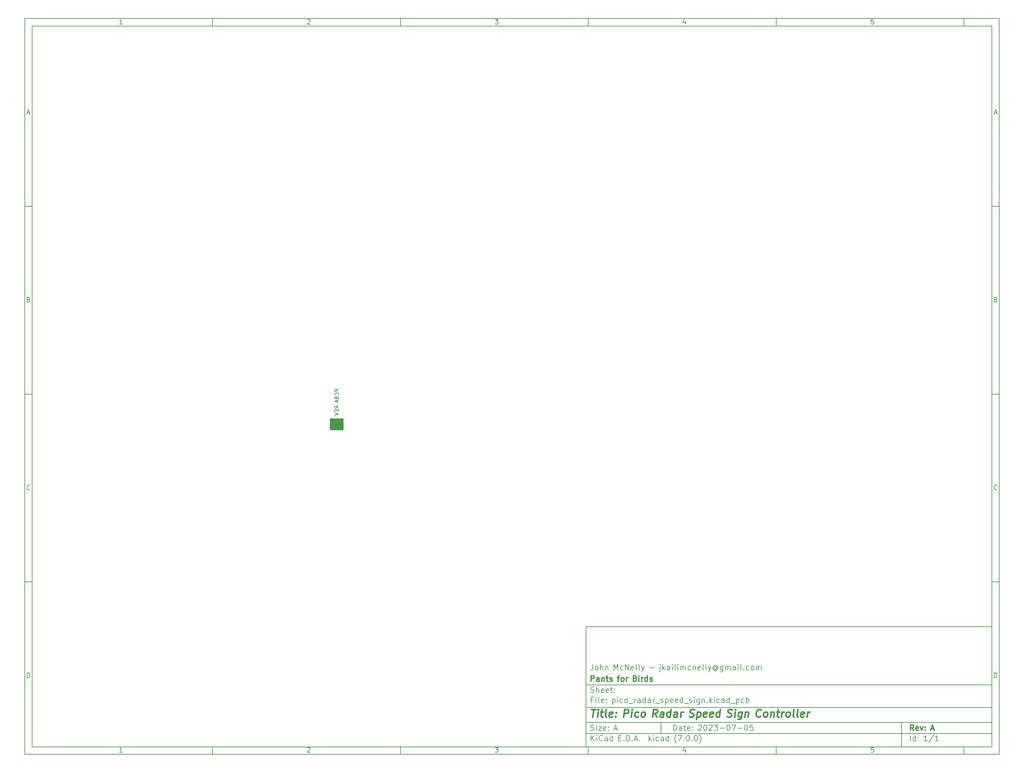
<source format=gbr>
%TF.GenerationSoftware,KiCad,Pcbnew,(7.0.0)*%
%TF.CreationDate,2023-07-05T22:29:38-07:00*%
%TF.ProjectId,pico_radar_speed_sign,7069636f-5f72-4616-9461-725f73706565,A*%
%TF.SameCoordinates,Original*%
%TF.FileFunction,Legend,Bot*%
%TF.FilePolarity,Positive*%
%FSLAX46Y46*%
G04 Gerber Fmt 4.6, Leading zero omitted, Abs format (unit mm)*
G04 Created by KiCad (PCBNEW (7.0.0)) date 2023-07-05 22:29:38*
%MOMM*%
%LPD*%
G01*
G04 APERTURE LIST*
%ADD10C,0.100000*%
%ADD11C,0.150000*%
%ADD12C,0.300000*%
%ADD13C,0.400000*%
%ADD14C,0.120000*%
G04 APERTURE END LIST*
D10*
D11*
X159400000Y-171900000D02*
X267400000Y-171900000D01*
X267400000Y-203900000D01*
X159400000Y-203900000D01*
X159400000Y-171900000D01*
D10*
D11*
X10000000Y-10000000D02*
X269400000Y-10000000D01*
X269400000Y-205900000D01*
X10000000Y-205900000D01*
X10000000Y-10000000D01*
D10*
D11*
X12000000Y-12000000D02*
X267400000Y-12000000D01*
X267400000Y-203900000D01*
X12000000Y-203900000D01*
X12000000Y-12000000D01*
D10*
D11*
X60000000Y-12000000D02*
X60000000Y-10000000D01*
D10*
D11*
X110000000Y-12000000D02*
X110000000Y-10000000D01*
D10*
D11*
X160000000Y-12000000D02*
X160000000Y-10000000D01*
D10*
D11*
X210000000Y-12000000D02*
X210000000Y-10000000D01*
D10*
D11*
X260000000Y-12000000D02*
X260000000Y-10000000D01*
D10*
D11*
X35990476Y-11477595D02*
X35247619Y-11477595D01*
X35619047Y-11477595D02*
X35619047Y-10177595D01*
X35619047Y-10177595D02*
X35495238Y-10363309D01*
X35495238Y-10363309D02*
X35371428Y-10487119D01*
X35371428Y-10487119D02*
X35247619Y-10549023D01*
D10*
D11*
X85247619Y-10301404D02*
X85309523Y-10239500D01*
X85309523Y-10239500D02*
X85433333Y-10177595D01*
X85433333Y-10177595D02*
X85742857Y-10177595D01*
X85742857Y-10177595D02*
X85866666Y-10239500D01*
X85866666Y-10239500D02*
X85928571Y-10301404D01*
X85928571Y-10301404D02*
X85990476Y-10425214D01*
X85990476Y-10425214D02*
X85990476Y-10549023D01*
X85990476Y-10549023D02*
X85928571Y-10734738D01*
X85928571Y-10734738D02*
X85185714Y-11477595D01*
X85185714Y-11477595D02*
X85990476Y-11477595D01*
D10*
D11*
X135185714Y-10177595D02*
X135990476Y-10177595D01*
X135990476Y-10177595D02*
X135557142Y-10672833D01*
X135557142Y-10672833D02*
X135742857Y-10672833D01*
X135742857Y-10672833D02*
X135866666Y-10734738D01*
X135866666Y-10734738D02*
X135928571Y-10796642D01*
X135928571Y-10796642D02*
X135990476Y-10920452D01*
X135990476Y-10920452D02*
X135990476Y-11229976D01*
X135990476Y-11229976D02*
X135928571Y-11353785D01*
X135928571Y-11353785D02*
X135866666Y-11415690D01*
X135866666Y-11415690D02*
X135742857Y-11477595D01*
X135742857Y-11477595D02*
X135371428Y-11477595D01*
X135371428Y-11477595D02*
X135247619Y-11415690D01*
X135247619Y-11415690D02*
X135185714Y-11353785D01*
D10*
D11*
X185866666Y-10610928D02*
X185866666Y-11477595D01*
X185557142Y-10115690D02*
X185247619Y-11044261D01*
X185247619Y-11044261D02*
X186052380Y-11044261D01*
D10*
D11*
X235928571Y-10177595D02*
X235309523Y-10177595D01*
X235309523Y-10177595D02*
X235247619Y-10796642D01*
X235247619Y-10796642D02*
X235309523Y-10734738D01*
X235309523Y-10734738D02*
X235433333Y-10672833D01*
X235433333Y-10672833D02*
X235742857Y-10672833D01*
X235742857Y-10672833D02*
X235866666Y-10734738D01*
X235866666Y-10734738D02*
X235928571Y-10796642D01*
X235928571Y-10796642D02*
X235990476Y-10920452D01*
X235990476Y-10920452D02*
X235990476Y-11229976D01*
X235990476Y-11229976D02*
X235928571Y-11353785D01*
X235928571Y-11353785D02*
X235866666Y-11415690D01*
X235866666Y-11415690D02*
X235742857Y-11477595D01*
X235742857Y-11477595D02*
X235433333Y-11477595D01*
X235433333Y-11477595D02*
X235309523Y-11415690D01*
X235309523Y-11415690D02*
X235247619Y-11353785D01*
D10*
D11*
X60000000Y-203900000D02*
X60000000Y-205900000D01*
D10*
D11*
X110000000Y-203900000D02*
X110000000Y-205900000D01*
D10*
D11*
X160000000Y-203900000D02*
X160000000Y-205900000D01*
D10*
D11*
X210000000Y-203900000D02*
X210000000Y-205900000D01*
D10*
D11*
X260000000Y-203900000D02*
X260000000Y-205900000D01*
D10*
D11*
X35990476Y-205377595D02*
X35247619Y-205377595D01*
X35619047Y-205377595D02*
X35619047Y-204077595D01*
X35619047Y-204077595D02*
X35495238Y-204263309D01*
X35495238Y-204263309D02*
X35371428Y-204387119D01*
X35371428Y-204387119D02*
X35247619Y-204449023D01*
D10*
D11*
X85247619Y-204201404D02*
X85309523Y-204139500D01*
X85309523Y-204139500D02*
X85433333Y-204077595D01*
X85433333Y-204077595D02*
X85742857Y-204077595D01*
X85742857Y-204077595D02*
X85866666Y-204139500D01*
X85866666Y-204139500D02*
X85928571Y-204201404D01*
X85928571Y-204201404D02*
X85990476Y-204325214D01*
X85990476Y-204325214D02*
X85990476Y-204449023D01*
X85990476Y-204449023D02*
X85928571Y-204634738D01*
X85928571Y-204634738D02*
X85185714Y-205377595D01*
X85185714Y-205377595D02*
X85990476Y-205377595D01*
D10*
D11*
X135185714Y-204077595D02*
X135990476Y-204077595D01*
X135990476Y-204077595D02*
X135557142Y-204572833D01*
X135557142Y-204572833D02*
X135742857Y-204572833D01*
X135742857Y-204572833D02*
X135866666Y-204634738D01*
X135866666Y-204634738D02*
X135928571Y-204696642D01*
X135928571Y-204696642D02*
X135990476Y-204820452D01*
X135990476Y-204820452D02*
X135990476Y-205129976D01*
X135990476Y-205129976D02*
X135928571Y-205253785D01*
X135928571Y-205253785D02*
X135866666Y-205315690D01*
X135866666Y-205315690D02*
X135742857Y-205377595D01*
X135742857Y-205377595D02*
X135371428Y-205377595D01*
X135371428Y-205377595D02*
X135247619Y-205315690D01*
X135247619Y-205315690D02*
X135185714Y-205253785D01*
D10*
D11*
X185866666Y-204510928D02*
X185866666Y-205377595D01*
X185557142Y-204015690D02*
X185247619Y-204944261D01*
X185247619Y-204944261D02*
X186052380Y-204944261D01*
D10*
D11*
X235928571Y-204077595D02*
X235309523Y-204077595D01*
X235309523Y-204077595D02*
X235247619Y-204696642D01*
X235247619Y-204696642D02*
X235309523Y-204634738D01*
X235309523Y-204634738D02*
X235433333Y-204572833D01*
X235433333Y-204572833D02*
X235742857Y-204572833D01*
X235742857Y-204572833D02*
X235866666Y-204634738D01*
X235866666Y-204634738D02*
X235928571Y-204696642D01*
X235928571Y-204696642D02*
X235990476Y-204820452D01*
X235990476Y-204820452D02*
X235990476Y-205129976D01*
X235990476Y-205129976D02*
X235928571Y-205253785D01*
X235928571Y-205253785D02*
X235866666Y-205315690D01*
X235866666Y-205315690D02*
X235742857Y-205377595D01*
X235742857Y-205377595D02*
X235433333Y-205377595D01*
X235433333Y-205377595D02*
X235309523Y-205315690D01*
X235309523Y-205315690D02*
X235247619Y-205253785D01*
D10*
D11*
X10000000Y-60000000D02*
X12000000Y-60000000D01*
D10*
D11*
X10000000Y-110000000D02*
X12000000Y-110000000D01*
D10*
D11*
X10000000Y-160000000D02*
X12000000Y-160000000D01*
D10*
D11*
X10690476Y-35106166D02*
X11309523Y-35106166D01*
X10566666Y-35477595D02*
X10999999Y-34177595D01*
X10999999Y-34177595D02*
X11433333Y-35477595D01*
D10*
D11*
X11092857Y-84796642D02*
X11278571Y-84858547D01*
X11278571Y-84858547D02*
X11340476Y-84920452D01*
X11340476Y-84920452D02*
X11402380Y-85044261D01*
X11402380Y-85044261D02*
X11402380Y-85229976D01*
X11402380Y-85229976D02*
X11340476Y-85353785D01*
X11340476Y-85353785D02*
X11278571Y-85415690D01*
X11278571Y-85415690D02*
X11154761Y-85477595D01*
X11154761Y-85477595D02*
X10659523Y-85477595D01*
X10659523Y-85477595D02*
X10659523Y-84177595D01*
X10659523Y-84177595D02*
X11092857Y-84177595D01*
X11092857Y-84177595D02*
X11216666Y-84239500D01*
X11216666Y-84239500D02*
X11278571Y-84301404D01*
X11278571Y-84301404D02*
X11340476Y-84425214D01*
X11340476Y-84425214D02*
X11340476Y-84549023D01*
X11340476Y-84549023D02*
X11278571Y-84672833D01*
X11278571Y-84672833D02*
X11216666Y-84734738D01*
X11216666Y-84734738D02*
X11092857Y-84796642D01*
X11092857Y-84796642D02*
X10659523Y-84796642D01*
D10*
D11*
X11402380Y-135353785D02*
X11340476Y-135415690D01*
X11340476Y-135415690D02*
X11154761Y-135477595D01*
X11154761Y-135477595D02*
X11030952Y-135477595D01*
X11030952Y-135477595D02*
X10845238Y-135415690D01*
X10845238Y-135415690D02*
X10721428Y-135291880D01*
X10721428Y-135291880D02*
X10659523Y-135168071D01*
X10659523Y-135168071D02*
X10597619Y-134920452D01*
X10597619Y-134920452D02*
X10597619Y-134734738D01*
X10597619Y-134734738D02*
X10659523Y-134487119D01*
X10659523Y-134487119D02*
X10721428Y-134363309D01*
X10721428Y-134363309D02*
X10845238Y-134239500D01*
X10845238Y-134239500D02*
X11030952Y-134177595D01*
X11030952Y-134177595D02*
X11154761Y-134177595D01*
X11154761Y-134177595D02*
X11340476Y-134239500D01*
X11340476Y-134239500D02*
X11402380Y-134301404D01*
D10*
D11*
X10659523Y-185477595D02*
X10659523Y-184177595D01*
X10659523Y-184177595D02*
X10969047Y-184177595D01*
X10969047Y-184177595D02*
X11154761Y-184239500D01*
X11154761Y-184239500D02*
X11278571Y-184363309D01*
X11278571Y-184363309D02*
X11340476Y-184487119D01*
X11340476Y-184487119D02*
X11402380Y-184734738D01*
X11402380Y-184734738D02*
X11402380Y-184920452D01*
X11402380Y-184920452D02*
X11340476Y-185168071D01*
X11340476Y-185168071D02*
X11278571Y-185291880D01*
X11278571Y-185291880D02*
X11154761Y-185415690D01*
X11154761Y-185415690D02*
X10969047Y-185477595D01*
X10969047Y-185477595D02*
X10659523Y-185477595D01*
D10*
D11*
X269400000Y-60000000D02*
X267400000Y-60000000D01*
D10*
D11*
X269400000Y-110000000D02*
X267400000Y-110000000D01*
D10*
D11*
X269400000Y-160000000D02*
X267400000Y-160000000D01*
D10*
D11*
X268090476Y-35106166D02*
X268709523Y-35106166D01*
X267966666Y-35477595D02*
X268399999Y-34177595D01*
X268399999Y-34177595D02*
X268833333Y-35477595D01*
D10*
D11*
X268492857Y-84796642D02*
X268678571Y-84858547D01*
X268678571Y-84858547D02*
X268740476Y-84920452D01*
X268740476Y-84920452D02*
X268802380Y-85044261D01*
X268802380Y-85044261D02*
X268802380Y-85229976D01*
X268802380Y-85229976D02*
X268740476Y-85353785D01*
X268740476Y-85353785D02*
X268678571Y-85415690D01*
X268678571Y-85415690D02*
X268554761Y-85477595D01*
X268554761Y-85477595D02*
X268059523Y-85477595D01*
X268059523Y-85477595D02*
X268059523Y-84177595D01*
X268059523Y-84177595D02*
X268492857Y-84177595D01*
X268492857Y-84177595D02*
X268616666Y-84239500D01*
X268616666Y-84239500D02*
X268678571Y-84301404D01*
X268678571Y-84301404D02*
X268740476Y-84425214D01*
X268740476Y-84425214D02*
X268740476Y-84549023D01*
X268740476Y-84549023D02*
X268678571Y-84672833D01*
X268678571Y-84672833D02*
X268616666Y-84734738D01*
X268616666Y-84734738D02*
X268492857Y-84796642D01*
X268492857Y-84796642D02*
X268059523Y-84796642D01*
D10*
D11*
X268802380Y-135353785D02*
X268740476Y-135415690D01*
X268740476Y-135415690D02*
X268554761Y-135477595D01*
X268554761Y-135477595D02*
X268430952Y-135477595D01*
X268430952Y-135477595D02*
X268245238Y-135415690D01*
X268245238Y-135415690D02*
X268121428Y-135291880D01*
X268121428Y-135291880D02*
X268059523Y-135168071D01*
X268059523Y-135168071D02*
X267997619Y-134920452D01*
X267997619Y-134920452D02*
X267997619Y-134734738D01*
X267997619Y-134734738D02*
X268059523Y-134487119D01*
X268059523Y-134487119D02*
X268121428Y-134363309D01*
X268121428Y-134363309D02*
X268245238Y-134239500D01*
X268245238Y-134239500D02*
X268430952Y-134177595D01*
X268430952Y-134177595D02*
X268554761Y-134177595D01*
X268554761Y-134177595D02*
X268740476Y-134239500D01*
X268740476Y-134239500D02*
X268802380Y-134301404D01*
D10*
D11*
X268059523Y-185477595D02*
X268059523Y-184177595D01*
X268059523Y-184177595D02*
X268369047Y-184177595D01*
X268369047Y-184177595D02*
X268554761Y-184239500D01*
X268554761Y-184239500D02*
X268678571Y-184363309D01*
X268678571Y-184363309D02*
X268740476Y-184487119D01*
X268740476Y-184487119D02*
X268802380Y-184734738D01*
X268802380Y-184734738D02*
X268802380Y-184920452D01*
X268802380Y-184920452D02*
X268740476Y-185168071D01*
X268740476Y-185168071D02*
X268678571Y-185291880D01*
X268678571Y-185291880D02*
X268554761Y-185415690D01*
X268554761Y-185415690D02*
X268369047Y-185477595D01*
X268369047Y-185477595D02*
X268059523Y-185477595D01*
D10*
D11*
X182757142Y-199551071D02*
X182757142Y-198051071D01*
X182757142Y-198051071D02*
X183114285Y-198051071D01*
X183114285Y-198051071D02*
X183328571Y-198122500D01*
X183328571Y-198122500D02*
X183471428Y-198265357D01*
X183471428Y-198265357D02*
X183542857Y-198408214D01*
X183542857Y-198408214D02*
X183614285Y-198693928D01*
X183614285Y-198693928D02*
X183614285Y-198908214D01*
X183614285Y-198908214D02*
X183542857Y-199193928D01*
X183542857Y-199193928D02*
X183471428Y-199336785D01*
X183471428Y-199336785D02*
X183328571Y-199479642D01*
X183328571Y-199479642D02*
X183114285Y-199551071D01*
X183114285Y-199551071D02*
X182757142Y-199551071D01*
X184900000Y-199551071D02*
X184900000Y-198765357D01*
X184900000Y-198765357D02*
X184828571Y-198622500D01*
X184828571Y-198622500D02*
X184685714Y-198551071D01*
X184685714Y-198551071D02*
X184400000Y-198551071D01*
X184400000Y-198551071D02*
X184257142Y-198622500D01*
X184900000Y-199479642D02*
X184757142Y-199551071D01*
X184757142Y-199551071D02*
X184400000Y-199551071D01*
X184400000Y-199551071D02*
X184257142Y-199479642D01*
X184257142Y-199479642D02*
X184185714Y-199336785D01*
X184185714Y-199336785D02*
X184185714Y-199193928D01*
X184185714Y-199193928D02*
X184257142Y-199051071D01*
X184257142Y-199051071D02*
X184400000Y-198979642D01*
X184400000Y-198979642D02*
X184757142Y-198979642D01*
X184757142Y-198979642D02*
X184900000Y-198908214D01*
X185400000Y-198551071D02*
X185971428Y-198551071D01*
X185614285Y-198051071D02*
X185614285Y-199336785D01*
X185614285Y-199336785D02*
X185685714Y-199479642D01*
X185685714Y-199479642D02*
X185828571Y-199551071D01*
X185828571Y-199551071D02*
X185971428Y-199551071D01*
X187042857Y-199479642D02*
X186900000Y-199551071D01*
X186900000Y-199551071D02*
X186614286Y-199551071D01*
X186614286Y-199551071D02*
X186471428Y-199479642D01*
X186471428Y-199479642D02*
X186400000Y-199336785D01*
X186400000Y-199336785D02*
X186400000Y-198765357D01*
X186400000Y-198765357D02*
X186471428Y-198622500D01*
X186471428Y-198622500D02*
X186614286Y-198551071D01*
X186614286Y-198551071D02*
X186900000Y-198551071D01*
X186900000Y-198551071D02*
X187042857Y-198622500D01*
X187042857Y-198622500D02*
X187114286Y-198765357D01*
X187114286Y-198765357D02*
X187114286Y-198908214D01*
X187114286Y-198908214D02*
X186400000Y-199051071D01*
X187757142Y-199408214D02*
X187828571Y-199479642D01*
X187828571Y-199479642D02*
X187757142Y-199551071D01*
X187757142Y-199551071D02*
X187685714Y-199479642D01*
X187685714Y-199479642D02*
X187757142Y-199408214D01*
X187757142Y-199408214D02*
X187757142Y-199551071D01*
X187757142Y-198622500D02*
X187828571Y-198693928D01*
X187828571Y-198693928D02*
X187757142Y-198765357D01*
X187757142Y-198765357D02*
X187685714Y-198693928D01*
X187685714Y-198693928D02*
X187757142Y-198622500D01*
X187757142Y-198622500D02*
X187757142Y-198765357D01*
X189300000Y-198193928D02*
X189371428Y-198122500D01*
X189371428Y-198122500D02*
X189514286Y-198051071D01*
X189514286Y-198051071D02*
X189871428Y-198051071D01*
X189871428Y-198051071D02*
X190014286Y-198122500D01*
X190014286Y-198122500D02*
X190085714Y-198193928D01*
X190085714Y-198193928D02*
X190157143Y-198336785D01*
X190157143Y-198336785D02*
X190157143Y-198479642D01*
X190157143Y-198479642D02*
X190085714Y-198693928D01*
X190085714Y-198693928D02*
X189228571Y-199551071D01*
X189228571Y-199551071D02*
X190157143Y-199551071D01*
X191085714Y-198051071D02*
X191228571Y-198051071D01*
X191228571Y-198051071D02*
X191371428Y-198122500D01*
X191371428Y-198122500D02*
X191442857Y-198193928D01*
X191442857Y-198193928D02*
X191514285Y-198336785D01*
X191514285Y-198336785D02*
X191585714Y-198622500D01*
X191585714Y-198622500D02*
X191585714Y-198979642D01*
X191585714Y-198979642D02*
X191514285Y-199265357D01*
X191514285Y-199265357D02*
X191442857Y-199408214D01*
X191442857Y-199408214D02*
X191371428Y-199479642D01*
X191371428Y-199479642D02*
X191228571Y-199551071D01*
X191228571Y-199551071D02*
X191085714Y-199551071D01*
X191085714Y-199551071D02*
X190942857Y-199479642D01*
X190942857Y-199479642D02*
X190871428Y-199408214D01*
X190871428Y-199408214D02*
X190799999Y-199265357D01*
X190799999Y-199265357D02*
X190728571Y-198979642D01*
X190728571Y-198979642D02*
X190728571Y-198622500D01*
X190728571Y-198622500D02*
X190799999Y-198336785D01*
X190799999Y-198336785D02*
X190871428Y-198193928D01*
X190871428Y-198193928D02*
X190942857Y-198122500D01*
X190942857Y-198122500D02*
X191085714Y-198051071D01*
X192157142Y-198193928D02*
X192228570Y-198122500D01*
X192228570Y-198122500D02*
X192371428Y-198051071D01*
X192371428Y-198051071D02*
X192728570Y-198051071D01*
X192728570Y-198051071D02*
X192871428Y-198122500D01*
X192871428Y-198122500D02*
X192942856Y-198193928D01*
X192942856Y-198193928D02*
X193014285Y-198336785D01*
X193014285Y-198336785D02*
X193014285Y-198479642D01*
X193014285Y-198479642D02*
X192942856Y-198693928D01*
X192942856Y-198693928D02*
X192085713Y-199551071D01*
X192085713Y-199551071D02*
X193014285Y-199551071D01*
X193514284Y-198051071D02*
X194442856Y-198051071D01*
X194442856Y-198051071D02*
X193942856Y-198622500D01*
X193942856Y-198622500D02*
X194157141Y-198622500D01*
X194157141Y-198622500D02*
X194299999Y-198693928D01*
X194299999Y-198693928D02*
X194371427Y-198765357D01*
X194371427Y-198765357D02*
X194442856Y-198908214D01*
X194442856Y-198908214D02*
X194442856Y-199265357D01*
X194442856Y-199265357D02*
X194371427Y-199408214D01*
X194371427Y-199408214D02*
X194299999Y-199479642D01*
X194299999Y-199479642D02*
X194157141Y-199551071D01*
X194157141Y-199551071D02*
X193728570Y-199551071D01*
X193728570Y-199551071D02*
X193585713Y-199479642D01*
X193585713Y-199479642D02*
X193514284Y-199408214D01*
X195085712Y-198979642D02*
X196228570Y-198979642D01*
X197228570Y-198051071D02*
X197371427Y-198051071D01*
X197371427Y-198051071D02*
X197514284Y-198122500D01*
X197514284Y-198122500D02*
X197585713Y-198193928D01*
X197585713Y-198193928D02*
X197657141Y-198336785D01*
X197657141Y-198336785D02*
X197728570Y-198622500D01*
X197728570Y-198622500D02*
X197728570Y-198979642D01*
X197728570Y-198979642D02*
X197657141Y-199265357D01*
X197657141Y-199265357D02*
X197585713Y-199408214D01*
X197585713Y-199408214D02*
X197514284Y-199479642D01*
X197514284Y-199479642D02*
X197371427Y-199551071D01*
X197371427Y-199551071D02*
X197228570Y-199551071D01*
X197228570Y-199551071D02*
X197085713Y-199479642D01*
X197085713Y-199479642D02*
X197014284Y-199408214D01*
X197014284Y-199408214D02*
X196942855Y-199265357D01*
X196942855Y-199265357D02*
X196871427Y-198979642D01*
X196871427Y-198979642D02*
X196871427Y-198622500D01*
X196871427Y-198622500D02*
X196942855Y-198336785D01*
X196942855Y-198336785D02*
X197014284Y-198193928D01*
X197014284Y-198193928D02*
X197085713Y-198122500D01*
X197085713Y-198122500D02*
X197228570Y-198051071D01*
X198228569Y-198051071D02*
X199228569Y-198051071D01*
X199228569Y-198051071D02*
X198585712Y-199551071D01*
X199799997Y-198979642D02*
X200942855Y-198979642D01*
X201942855Y-198051071D02*
X202085712Y-198051071D01*
X202085712Y-198051071D02*
X202228569Y-198122500D01*
X202228569Y-198122500D02*
X202299998Y-198193928D01*
X202299998Y-198193928D02*
X202371426Y-198336785D01*
X202371426Y-198336785D02*
X202442855Y-198622500D01*
X202442855Y-198622500D02*
X202442855Y-198979642D01*
X202442855Y-198979642D02*
X202371426Y-199265357D01*
X202371426Y-199265357D02*
X202299998Y-199408214D01*
X202299998Y-199408214D02*
X202228569Y-199479642D01*
X202228569Y-199479642D02*
X202085712Y-199551071D01*
X202085712Y-199551071D02*
X201942855Y-199551071D01*
X201942855Y-199551071D02*
X201799998Y-199479642D01*
X201799998Y-199479642D02*
X201728569Y-199408214D01*
X201728569Y-199408214D02*
X201657140Y-199265357D01*
X201657140Y-199265357D02*
X201585712Y-198979642D01*
X201585712Y-198979642D02*
X201585712Y-198622500D01*
X201585712Y-198622500D02*
X201657140Y-198336785D01*
X201657140Y-198336785D02*
X201728569Y-198193928D01*
X201728569Y-198193928D02*
X201799998Y-198122500D01*
X201799998Y-198122500D02*
X201942855Y-198051071D01*
X203799997Y-198051071D02*
X203085711Y-198051071D01*
X203085711Y-198051071D02*
X203014283Y-198765357D01*
X203014283Y-198765357D02*
X203085711Y-198693928D01*
X203085711Y-198693928D02*
X203228569Y-198622500D01*
X203228569Y-198622500D02*
X203585711Y-198622500D01*
X203585711Y-198622500D02*
X203728569Y-198693928D01*
X203728569Y-198693928D02*
X203799997Y-198765357D01*
X203799997Y-198765357D02*
X203871426Y-198908214D01*
X203871426Y-198908214D02*
X203871426Y-199265357D01*
X203871426Y-199265357D02*
X203799997Y-199408214D01*
X203799997Y-199408214D02*
X203728569Y-199479642D01*
X203728569Y-199479642D02*
X203585711Y-199551071D01*
X203585711Y-199551071D02*
X203228569Y-199551071D01*
X203228569Y-199551071D02*
X203085711Y-199479642D01*
X203085711Y-199479642D02*
X203014283Y-199408214D01*
D10*
D11*
X159400000Y-200400000D02*
X267400000Y-200400000D01*
D10*
D11*
X160757142Y-202351071D02*
X160757142Y-200851071D01*
X161614285Y-202351071D02*
X160971428Y-201493928D01*
X161614285Y-200851071D02*
X160757142Y-201708214D01*
X162257142Y-202351071D02*
X162257142Y-201351071D01*
X162257142Y-200851071D02*
X162185714Y-200922500D01*
X162185714Y-200922500D02*
X162257142Y-200993928D01*
X162257142Y-200993928D02*
X162328571Y-200922500D01*
X162328571Y-200922500D02*
X162257142Y-200851071D01*
X162257142Y-200851071D02*
X162257142Y-200993928D01*
X163828571Y-202208214D02*
X163757143Y-202279642D01*
X163757143Y-202279642D02*
X163542857Y-202351071D01*
X163542857Y-202351071D02*
X163400000Y-202351071D01*
X163400000Y-202351071D02*
X163185714Y-202279642D01*
X163185714Y-202279642D02*
X163042857Y-202136785D01*
X163042857Y-202136785D02*
X162971428Y-201993928D01*
X162971428Y-201993928D02*
X162900000Y-201708214D01*
X162900000Y-201708214D02*
X162900000Y-201493928D01*
X162900000Y-201493928D02*
X162971428Y-201208214D01*
X162971428Y-201208214D02*
X163042857Y-201065357D01*
X163042857Y-201065357D02*
X163185714Y-200922500D01*
X163185714Y-200922500D02*
X163400000Y-200851071D01*
X163400000Y-200851071D02*
X163542857Y-200851071D01*
X163542857Y-200851071D02*
X163757143Y-200922500D01*
X163757143Y-200922500D02*
X163828571Y-200993928D01*
X165114286Y-202351071D02*
X165114286Y-201565357D01*
X165114286Y-201565357D02*
X165042857Y-201422500D01*
X165042857Y-201422500D02*
X164900000Y-201351071D01*
X164900000Y-201351071D02*
X164614286Y-201351071D01*
X164614286Y-201351071D02*
X164471428Y-201422500D01*
X165114286Y-202279642D02*
X164971428Y-202351071D01*
X164971428Y-202351071D02*
X164614286Y-202351071D01*
X164614286Y-202351071D02*
X164471428Y-202279642D01*
X164471428Y-202279642D02*
X164400000Y-202136785D01*
X164400000Y-202136785D02*
X164400000Y-201993928D01*
X164400000Y-201993928D02*
X164471428Y-201851071D01*
X164471428Y-201851071D02*
X164614286Y-201779642D01*
X164614286Y-201779642D02*
X164971428Y-201779642D01*
X164971428Y-201779642D02*
X165114286Y-201708214D01*
X166471429Y-202351071D02*
X166471429Y-200851071D01*
X166471429Y-202279642D02*
X166328571Y-202351071D01*
X166328571Y-202351071D02*
X166042857Y-202351071D01*
X166042857Y-202351071D02*
X165900000Y-202279642D01*
X165900000Y-202279642D02*
X165828571Y-202208214D01*
X165828571Y-202208214D02*
X165757143Y-202065357D01*
X165757143Y-202065357D02*
X165757143Y-201636785D01*
X165757143Y-201636785D02*
X165828571Y-201493928D01*
X165828571Y-201493928D02*
X165900000Y-201422500D01*
X165900000Y-201422500D02*
X166042857Y-201351071D01*
X166042857Y-201351071D02*
X166328571Y-201351071D01*
X166328571Y-201351071D02*
X166471429Y-201422500D01*
X168085714Y-201565357D02*
X168585714Y-201565357D01*
X168800000Y-202351071D02*
X168085714Y-202351071D01*
X168085714Y-202351071D02*
X168085714Y-200851071D01*
X168085714Y-200851071D02*
X168800000Y-200851071D01*
X169442857Y-202208214D02*
X169514286Y-202279642D01*
X169514286Y-202279642D02*
X169442857Y-202351071D01*
X169442857Y-202351071D02*
X169371429Y-202279642D01*
X169371429Y-202279642D02*
X169442857Y-202208214D01*
X169442857Y-202208214D02*
X169442857Y-202351071D01*
X170157143Y-202351071D02*
X170157143Y-200851071D01*
X170157143Y-200851071D02*
X170514286Y-200851071D01*
X170514286Y-200851071D02*
X170728572Y-200922500D01*
X170728572Y-200922500D02*
X170871429Y-201065357D01*
X170871429Y-201065357D02*
X170942858Y-201208214D01*
X170942858Y-201208214D02*
X171014286Y-201493928D01*
X171014286Y-201493928D02*
X171014286Y-201708214D01*
X171014286Y-201708214D02*
X170942858Y-201993928D01*
X170942858Y-201993928D02*
X170871429Y-202136785D01*
X170871429Y-202136785D02*
X170728572Y-202279642D01*
X170728572Y-202279642D02*
X170514286Y-202351071D01*
X170514286Y-202351071D02*
X170157143Y-202351071D01*
X171657143Y-202208214D02*
X171728572Y-202279642D01*
X171728572Y-202279642D02*
X171657143Y-202351071D01*
X171657143Y-202351071D02*
X171585715Y-202279642D01*
X171585715Y-202279642D02*
X171657143Y-202208214D01*
X171657143Y-202208214D02*
X171657143Y-202351071D01*
X172300001Y-201922500D02*
X173014287Y-201922500D01*
X172157144Y-202351071D02*
X172657144Y-200851071D01*
X172657144Y-200851071D02*
X173157144Y-202351071D01*
X173657143Y-202208214D02*
X173728572Y-202279642D01*
X173728572Y-202279642D02*
X173657143Y-202351071D01*
X173657143Y-202351071D02*
X173585715Y-202279642D01*
X173585715Y-202279642D02*
X173657143Y-202208214D01*
X173657143Y-202208214D02*
X173657143Y-202351071D01*
X176171429Y-202351071D02*
X176171429Y-200851071D01*
X176314287Y-201779642D02*
X176742858Y-202351071D01*
X176742858Y-201351071D02*
X176171429Y-201922500D01*
X177385715Y-202351071D02*
X177385715Y-201351071D01*
X177385715Y-200851071D02*
X177314287Y-200922500D01*
X177314287Y-200922500D02*
X177385715Y-200993928D01*
X177385715Y-200993928D02*
X177457144Y-200922500D01*
X177457144Y-200922500D02*
X177385715Y-200851071D01*
X177385715Y-200851071D02*
X177385715Y-200993928D01*
X178742859Y-202279642D02*
X178600001Y-202351071D01*
X178600001Y-202351071D02*
X178314287Y-202351071D01*
X178314287Y-202351071D02*
X178171430Y-202279642D01*
X178171430Y-202279642D02*
X178100001Y-202208214D01*
X178100001Y-202208214D02*
X178028573Y-202065357D01*
X178028573Y-202065357D02*
X178028573Y-201636785D01*
X178028573Y-201636785D02*
X178100001Y-201493928D01*
X178100001Y-201493928D02*
X178171430Y-201422500D01*
X178171430Y-201422500D02*
X178314287Y-201351071D01*
X178314287Y-201351071D02*
X178600001Y-201351071D01*
X178600001Y-201351071D02*
X178742859Y-201422500D01*
X180028573Y-202351071D02*
X180028573Y-201565357D01*
X180028573Y-201565357D02*
X179957144Y-201422500D01*
X179957144Y-201422500D02*
X179814287Y-201351071D01*
X179814287Y-201351071D02*
X179528573Y-201351071D01*
X179528573Y-201351071D02*
X179385715Y-201422500D01*
X180028573Y-202279642D02*
X179885715Y-202351071D01*
X179885715Y-202351071D02*
X179528573Y-202351071D01*
X179528573Y-202351071D02*
X179385715Y-202279642D01*
X179385715Y-202279642D02*
X179314287Y-202136785D01*
X179314287Y-202136785D02*
X179314287Y-201993928D01*
X179314287Y-201993928D02*
X179385715Y-201851071D01*
X179385715Y-201851071D02*
X179528573Y-201779642D01*
X179528573Y-201779642D02*
X179885715Y-201779642D01*
X179885715Y-201779642D02*
X180028573Y-201708214D01*
X181385716Y-202351071D02*
X181385716Y-200851071D01*
X181385716Y-202279642D02*
X181242858Y-202351071D01*
X181242858Y-202351071D02*
X180957144Y-202351071D01*
X180957144Y-202351071D02*
X180814287Y-202279642D01*
X180814287Y-202279642D02*
X180742858Y-202208214D01*
X180742858Y-202208214D02*
X180671430Y-202065357D01*
X180671430Y-202065357D02*
X180671430Y-201636785D01*
X180671430Y-201636785D02*
X180742858Y-201493928D01*
X180742858Y-201493928D02*
X180814287Y-201422500D01*
X180814287Y-201422500D02*
X180957144Y-201351071D01*
X180957144Y-201351071D02*
X181242858Y-201351071D01*
X181242858Y-201351071D02*
X181385716Y-201422500D01*
X183428573Y-202922500D02*
X183357144Y-202851071D01*
X183357144Y-202851071D02*
X183214287Y-202636785D01*
X183214287Y-202636785D02*
X183142859Y-202493928D01*
X183142859Y-202493928D02*
X183071430Y-202279642D01*
X183071430Y-202279642D02*
X183000001Y-201922500D01*
X183000001Y-201922500D02*
X183000001Y-201636785D01*
X183000001Y-201636785D02*
X183071430Y-201279642D01*
X183071430Y-201279642D02*
X183142859Y-201065357D01*
X183142859Y-201065357D02*
X183214287Y-200922500D01*
X183214287Y-200922500D02*
X183357144Y-200708214D01*
X183357144Y-200708214D02*
X183428573Y-200636785D01*
X183857144Y-200851071D02*
X184857144Y-200851071D01*
X184857144Y-200851071D02*
X184214287Y-202351071D01*
X185428572Y-202208214D02*
X185500001Y-202279642D01*
X185500001Y-202279642D02*
X185428572Y-202351071D01*
X185428572Y-202351071D02*
X185357144Y-202279642D01*
X185357144Y-202279642D02*
X185428572Y-202208214D01*
X185428572Y-202208214D02*
X185428572Y-202351071D01*
X186428573Y-200851071D02*
X186571430Y-200851071D01*
X186571430Y-200851071D02*
X186714287Y-200922500D01*
X186714287Y-200922500D02*
X186785716Y-200993928D01*
X186785716Y-200993928D02*
X186857144Y-201136785D01*
X186857144Y-201136785D02*
X186928573Y-201422500D01*
X186928573Y-201422500D02*
X186928573Y-201779642D01*
X186928573Y-201779642D02*
X186857144Y-202065357D01*
X186857144Y-202065357D02*
X186785716Y-202208214D01*
X186785716Y-202208214D02*
X186714287Y-202279642D01*
X186714287Y-202279642D02*
X186571430Y-202351071D01*
X186571430Y-202351071D02*
X186428573Y-202351071D01*
X186428573Y-202351071D02*
X186285716Y-202279642D01*
X186285716Y-202279642D02*
X186214287Y-202208214D01*
X186214287Y-202208214D02*
X186142858Y-202065357D01*
X186142858Y-202065357D02*
X186071430Y-201779642D01*
X186071430Y-201779642D02*
X186071430Y-201422500D01*
X186071430Y-201422500D02*
X186142858Y-201136785D01*
X186142858Y-201136785D02*
X186214287Y-200993928D01*
X186214287Y-200993928D02*
X186285716Y-200922500D01*
X186285716Y-200922500D02*
X186428573Y-200851071D01*
X187571429Y-202208214D02*
X187642858Y-202279642D01*
X187642858Y-202279642D02*
X187571429Y-202351071D01*
X187571429Y-202351071D02*
X187500001Y-202279642D01*
X187500001Y-202279642D02*
X187571429Y-202208214D01*
X187571429Y-202208214D02*
X187571429Y-202351071D01*
X188571430Y-200851071D02*
X188714287Y-200851071D01*
X188714287Y-200851071D02*
X188857144Y-200922500D01*
X188857144Y-200922500D02*
X188928573Y-200993928D01*
X188928573Y-200993928D02*
X189000001Y-201136785D01*
X189000001Y-201136785D02*
X189071430Y-201422500D01*
X189071430Y-201422500D02*
X189071430Y-201779642D01*
X189071430Y-201779642D02*
X189000001Y-202065357D01*
X189000001Y-202065357D02*
X188928573Y-202208214D01*
X188928573Y-202208214D02*
X188857144Y-202279642D01*
X188857144Y-202279642D02*
X188714287Y-202351071D01*
X188714287Y-202351071D02*
X188571430Y-202351071D01*
X188571430Y-202351071D02*
X188428573Y-202279642D01*
X188428573Y-202279642D02*
X188357144Y-202208214D01*
X188357144Y-202208214D02*
X188285715Y-202065357D01*
X188285715Y-202065357D02*
X188214287Y-201779642D01*
X188214287Y-201779642D02*
X188214287Y-201422500D01*
X188214287Y-201422500D02*
X188285715Y-201136785D01*
X188285715Y-201136785D02*
X188357144Y-200993928D01*
X188357144Y-200993928D02*
X188428573Y-200922500D01*
X188428573Y-200922500D02*
X188571430Y-200851071D01*
X189571429Y-202922500D02*
X189642858Y-202851071D01*
X189642858Y-202851071D02*
X189785715Y-202636785D01*
X189785715Y-202636785D02*
X189857144Y-202493928D01*
X189857144Y-202493928D02*
X189928572Y-202279642D01*
X189928572Y-202279642D02*
X190000001Y-201922500D01*
X190000001Y-201922500D02*
X190000001Y-201636785D01*
X190000001Y-201636785D02*
X189928572Y-201279642D01*
X189928572Y-201279642D02*
X189857144Y-201065357D01*
X189857144Y-201065357D02*
X189785715Y-200922500D01*
X189785715Y-200922500D02*
X189642858Y-200708214D01*
X189642858Y-200708214D02*
X189571429Y-200636785D01*
D10*
D11*
X159400000Y-197400000D02*
X267400000Y-197400000D01*
D10*
D12*
X246614285Y-199551071D02*
X246114285Y-198836785D01*
X245757142Y-199551071D02*
X245757142Y-198051071D01*
X245757142Y-198051071D02*
X246328571Y-198051071D01*
X246328571Y-198051071D02*
X246471428Y-198122500D01*
X246471428Y-198122500D02*
X246542857Y-198193928D01*
X246542857Y-198193928D02*
X246614285Y-198336785D01*
X246614285Y-198336785D02*
X246614285Y-198551071D01*
X246614285Y-198551071D02*
X246542857Y-198693928D01*
X246542857Y-198693928D02*
X246471428Y-198765357D01*
X246471428Y-198765357D02*
X246328571Y-198836785D01*
X246328571Y-198836785D02*
X245757142Y-198836785D01*
X247828571Y-199479642D02*
X247685714Y-199551071D01*
X247685714Y-199551071D02*
X247400000Y-199551071D01*
X247400000Y-199551071D02*
X247257142Y-199479642D01*
X247257142Y-199479642D02*
X247185714Y-199336785D01*
X247185714Y-199336785D02*
X247185714Y-198765357D01*
X247185714Y-198765357D02*
X247257142Y-198622500D01*
X247257142Y-198622500D02*
X247400000Y-198551071D01*
X247400000Y-198551071D02*
X247685714Y-198551071D01*
X247685714Y-198551071D02*
X247828571Y-198622500D01*
X247828571Y-198622500D02*
X247900000Y-198765357D01*
X247900000Y-198765357D02*
X247900000Y-198908214D01*
X247900000Y-198908214D02*
X247185714Y-199051071D01*
X248399999Y-198551071D02*
X248757142Y-199551071D01*
X248757142Y-199551071D02*
X249114285Y-198551071D01*
X249685713Y-199408214D02*
X249757142Y-199479642D01*
X249757142Y-199479642D02*
X249685713Y-199551071D01*
X249685713Y-199551071D02*
X249614285Y-199479642D01*
X249614285Y-199479642D02*
X249685713Y-199408214D01*
X249685713Y-199408214D02*
X249685713Y-199551071D01*
X249685713Y-198622500D02*
X249757142Y-198693928D01*
X249757142Y-198693928D02*
X249685713Y-198765357D01*
X249685713Y-198765357D02*
X249614285Y-198693928D01*
X249614285Y-198693928D02*
X249685713Y-198622500D01*
X249685713Y-198622500D02*
X249685713Y-198765357D01*
X251228571Y-199122500D02*
X251942857Y-199122500D01*
X251085714Y-199551071D02*
X251585714Y-198051071D01*
X251585714Y-198051071D02*
X252085714Y-199551071D01*
D10*
D11*
X160685714Y-199479642D02*
X160900000Y-199551071D01*
X160900000Y-199551071D02*
X161257142Y-199551071D01*
X161257142Y-199551071D02*
X161400000Y-199479642D01*
X161400000Y-199479642D02*
X161471428Y-199408214D01*
X161471428Y-199408214D02*
X161542857Y-199265357D01*
X161542857Y-199265357D02*
X161542857Y-199122500D01*
X161542857Y-199122500D02*
X161471428Y-198979642D01*
X161471428Y-198979642D02*
X161400000Y-198908214D01*
X161400000Y-198908214D02*
X161257142Y-198836785D01*
X161257142Y-198836785D02*
X160971428Y-198765357D01*
X160971428Y-198765357D02*
X160828571Y-198693928D01*
X160828571Y-198693928D02*
X160757142Y-198622500D01*
X160757142Y-198622500D02*
X160685714Y-198479642D01*
X160685714Y-198479642D02*
X160685714Y-198336785D01*
X160685714Y-198336785D02*
X160757142Y-198193928D01*
X160757142Y-198193928D02*
X160828571Y-198122500D01*
X160828571Y-198122500D02*
X160971428Y-198051071D01*
X160971428Y-198051071D02*
X161328571Y-198051071D01*
X161328571Y-198051071D02*
X161542857Y-198122500D01*
X162185713Y-199551071D02*
X162185713Y-198551071D01*
X162185713Y-198051071D02*
X162114285Y-198122500D01*
X162114285Y-198122500D02*
X162185713Y-198193928D01*
X162185713Y-198193928D02*
X162257142Y-198122500D01*
X162257142Y-198122500D02*
X162185713Y-198051071D01*
X162185713Y-198051071D02*
X162185713Y-198193928D01*
X162757142Y-198551071D02*
X163542857Y-198551071D01*
X163542857Y-198551071D02*
X162757142Y-199551071D01*
X162757142Y-199551071D02*
X163542857Y-199551071D01*
X164685714Y-199479642D02*
X164542857Y-199551071D01*
X164542857Y-199551071D02*
X164257143Y-199551071D01*
X164257143Y-199551071D02*
X164114285Y-199479642D01*
X164114285Y-199479642D02*
X164042857Y-199336785D01*
X164042857Y-199336785D02*
X164042857Y-198765357D01*
X164042857Y-198765357D02*
X164114285Y-198622500D01*
X164114285Y-198622500D02*
X164257143Y-198551071D01*
X164257143Y-198551071D02*
X164542857Y-198551071D01*
X164542857Y-198551071D02*
X164685714Y-198622500D01*
X164685714Y-198622500D02*
X164757143Y-198765357D01*
X164757143Y-198765357D02*
X164757143Y-198908214D01*
X164757143Y-198908214D02*
X164042857Y-199051071D01*
X165399999Y-199408214D02*
X165471428Y-199479642D01*
X165471428Y-199479642D02*
X165399999Y-199551071D01*
X165399999Y-199551071D02*
X165328571Y-199479642D01*
X165328571Y-199479642D02*
X165399999Y-199408214D01*
X165399999Y-199408214D02*
X165399999Y-199551071D01*
X165399999Y-198622500D02*
X165471428Y-198693928D01*
X165471428Y-198693928D02*
X165399999Y-198765357D01*
X165399999Y-198765357D02*
X165328571Y-198693928D01*
X165328571Y-198693928D02*
X165399999Y-198622500D01*
X165399999Y-198622500D02*
X165399999Y-198765357D01*
X166942857Y-199122500D02*
X167657143Y-199122500D01*
X166800000Y-199551071D02*
X167300000Y-198051071D01*
X167300000Y-198051071D02*
X167800000Y-199551071D01*
D10*
D11*
X245757142Y-202351071D02*
X245757142Y-200851071D01*
X247114286Y-202351071D02*
X247114286Y-200851071D01*
X247114286Y-202279642D02*
X246971428Y-202351071D01*
X246971428Y-202351071D02*
X246685714Y-202351071D01*
X246685714Y-202351071D02*
X246542857Y-202279642D01*
X246542857Y-202279642D02*
X246471428Y-202208214D01*
X246471428Y-202208214D02*
X246400000Y-202065357D01*
X246400000Y-202065357D02*
X246400000Y-201636785D01*
X246400000Y-201636785D02*
X246471428Y-201493928D01*
X246471428Y-201493928D02*
X246542857Y-201422500D01*
X246542857Y-201422500D02*
X246685714Y-201351071D01*
X246685714Y-201351071D02*
X246971428Y-201351071D01*
X246971428Y-201351071D02*
X247114286Y-201422500D01*
X247828571Y-202208214D02*
X247900000Y-202279642D01*
X247900000Y-202279642D02*
X247828571Y-202351071D01*
X247828571Y-202351071D02*
X247757143Y-202279642D01*
X247757143Y-202279642D02*
X247828571Y-202208214D01*
X247828571Y-202208214D02*
X247828571Y-202351071D01*
X247828571Y-201422500D02*
X247900000Y-201493928D01*
X247900000Y-201493928D02*
X247828571Y-201565357D01*
X247828571Y-201565357D02*
X247757143Y-201493928D01*
X247757143Y-201493928D02*
X247828571Y-201422500D01*
X247828571Y-201422500D02*
X247828571Y-201565357D01*
X250228572Y-202351071D02*
X249371429Y-202351071D01*
X249800000Y-202351071D02*
X249800000Y-200851071D01*
X249800000Y-200851071D02*
X249657143Y-201065357D01*
X249657143Y-201065357D02*
X249514286Y-201208214D01*
X249514286Y-201208214D02*
X249371429Y-201279642D01*
X251942857Y-200779642D02*
X250657143Y-202708214D01*
X253228572Y-202351071D02*
X252371429Y-202351071D01*
X252800000Y-202351071D02*
X252800000Y-200851071D01*
X252800000Y-200851071D02*
X252657143Y-201065357D01*
X252657143Y-201065357D02*
X252514286Y-201208214D01*
X252514286Y-201208214D02*
X252371429Y-201279642D01*
D10*
D11*
X159400000Y-193400000D02*
X267400000Y-193400000D01*
D10*
D13*
X160852380Y-193934761D02*
X161995238Y-193934761D01*
X161173809Y-195934761D02*
X161423809Y-193934761D01*
X162411905Y-195934761D02*
X162578571Y-194601428D01*
X162661905Y-193934761D02*
X162554762Y-194030000D01*
X162554762Y-194030000D02*
X162638095Y-194125238D01*
X162638095Y-194125238D02*
X162745238Y-194030000D01*
X162745238Y-194030000D02*
X162661905Y-193934761D01*
X162661905Y-193934761D02*
X162638095Y-194125238D01*
X163245238Y-194601428D02*
X164007143Y-194601428D01*
X163614286Y-193934761D02*
X163400000Y-195649047D01*
X163400000Y-195649047D02*
X163471429Y-195839523D01*
X163471429Y-195839523D02*
X163650000Y-195934761D01*
X163650000Y-195934761D02*
X163840476Y-195934761D01*
X164792857Y-195934761D02*
X164614286Y-195839523D01*
X164614286Y-195839523D02*
X164542857Y-195649047D01*
X164542857Y-195649047D02*
X164757143Y-193934761D01*
X166328571Y-195839523D02*
X166126190Y-195934761D01*
X166126190Y-195934761D02*
X165745238Y-195934761D01*
X165745238Y-195934761D02*
X165566667Y-195839523D01*
X165566667Y-195839523D02*
X165495238Y-195649047D01*
X165495238Y-195649047D02*
X165590476Y-194887142D01*
X165590476Y-194887142D02*
X165709524Y-194696666D01*
X165709524Y-194696666D02*
X165911905Y-194601428D01*
X165911905Y-194601428D02*
X166292857Y-194601428D01*
X166292857Y-194601428D02*
X166471428Y-194696666D01*
X166471428Y-194696666D02*
X166542857Y-194887142D01*
X166542857Y-194887142D02*
X166519047Y-195077619D01*
X166519047Y-195077619D02*
X165542857Y-195268095D01*
X167292857Y-195744285D02*
X167376191Y-195839523D01*
X167376191Y-195839523D02*
X167269048Y-195934761D01*
X167269048Y-195934761D02*
X167185714Y-195839523D01*
X167185714Y-195839523D02*
X167292857Y-195744285D01*
X167292857Y-195744285D02*
X167269048Y-195934761D01*
X167423810Y-194696666D02*
X167507143Y-194791904D01*
X167507143Y-194791904D02*
X167400000Y-194887142D01*
X167400000Y-194887142D02*
X167316667Y-194791904D01*
X167316667Y-194791904D02*
X167423810Y-194696666D01*
X167423810Y-194696666D02*
X167400000Y-194887142D01*
X169421429Y-195934761D02*
X169671429Y-193934761D01*
X169671429Y-193934761D02*
X170433334Y-193934761D01*
X170433334Y-193934761D02*
X170611905Y-194030000D01*
X170611905Y-194030000D02*
X170695238Y-194125238D01*
X170695238Y-194125238D02*
X170766667Y-194315714D01*
X170766667Y-194315714D02*
X170730953Y-194601428D01*
X170730953Y-194601428D02*
X170611905Y-194791904D01*
X170611905Y-194791904D02*
X170504762Y-194887142D01*
X170504762Y-194887142D02*
X170302381Y-194982380D01*
X170302381Y-194982380D02*
X169540476Y-194982380D01*
X171421429Y-195934761D02*
X171588095Y-194601428D01*
X171671429Y-193934761D02*
X171564286Y-194030000D01*
X171564286Y-194030000D02*
X171647619Y-194125238D01*
X171647619Y-194125238D02*
X171754762Y-194030000D01*
X171754762Y-194030000D02*
X171671429Y-193934761D01*
X171671429Y-193934761D02*
X171647619Y-194125238D01*
X173242857Y-195839523D02*
X173040476Y-195934761D01*
X173040476Y-195934761D02*
X172659524Y-195934761D01*
X172659524Y-195934761D02*
X172480953Y-195839523D01*
X172480953Y-195839523D02*
X172397619Y-195744285D01*
X172397619Y-195744285D02*
X172326191Y-195553809D01*
X172326191Y-195553809D02*
X172397619Y-194982380D01*
X172397619Y-194982380D02*
X172516667Y-194791904D01*
X172516667Y-194791904D02*
X172623810Y-194696666D01*
X172623810Y-194696666D02*
X172826191Y-194601428D01*
X172826191Y-194601428D02*
X173207143Y-194601428D01*
X173207143Y-194601428D02*
X173385715Y-194696666D01*
X174373810Y-195934761D02*
X174195239Y-195839523D01*
X174195239Y-195839523D02*
X174111905Y-195744285D01*
X174111905Y-195744285D02*
X174040477Y-195553809D01*
X174040477Y-195553809D02*
X174111905Y-194982380D01*
X174111905Y-194982380D02*
X174230953Y-194791904D01*
X174230953Y-194791904D02*
X174338096Y-194696666D01*
X174338096Y-194696666D02*
X174540477Y-194601428D01*
X174540477Y-194601428D02*
X174826191Y-194601428D01*
X174826191Y-194601428D02*
X175004762Y-194696666D01*
X175004762Y-194696666D02*
X175088096Y-194791904D01*
X175088096Y-194791904D02*
X175159524Y-194982380D01*
X175159524Y-194982380D02*
X175088096Y-195553809D01*
X175088096Y-195553809D02*
X174969048Y-195744285D01*
X174969048Y-195744285D02*
X174861905Y-195839523D01*
X174861905Y-195839523D02*
X174659524Y-195934761D01*
X174659524Y-195934761D02*
X174373810Y-195934761D01*
X178240477Y-195934761D02*
X177692858Y-194982380D01*
X177097620Y-195934761D02*
X177347620Y-193934761D01*
X177347620Y-193934761D02*
X178109525Y-193934761D01*
X178109525Y-193934761D02*
X178288096Y-194030000D01*
X178288096Y-194030000D02*
X178371429Y-194125238D01*
X178371429Y-194125238D02*
X178442858Y-194315714D01*
X178442858Y-194315714D02*
X178407144Y-194601428D01*
X178407144Y-194601428D02*
X178288096Y-194791904D01*
X178288096Y-194791904D02*
X178180953Y-194887142D01*
X178180953Y-194887142D02*
X177978572Y-194982380D01*
X177978572Y-194982380D02*
X177216667Y-194982380D01*
X179954763Y-195934761D02*
X180085715Y-194887142D01*
X180085715Y-194887142D02*
X180014286Y-194696666D01*
X180014286Y-194696666D02*
X179835715Y-194601428D01*
X179835715Y-194601428D02*
X179454763Y-194601428D01*
X179454763Y-194601428D02*
X179252382Y-194696666D01*
X179966667Y-195839523D02*
X179764286Y-195934761D01*
X179764286Y-195934761D02*
X179288096Y-195934761D01*
X179288096Y-195934761D02*
X179109525Y-195839523D01*
X179109525Y-195839523D02*
X179038096Y-195649047D01*
X179038096Y-195649047D02*
X179061905Y-195458571D01*
X179061905Y-195458571D02*
X179180953Y-195268095D01*
X179180953Y-195268095D02*
X179383334Y-195172857D01*
X179383334Y-195172857D02*
X179859525Y-195172857D01*
X179859525Y-195172857D02*
X180061905Y-195077619D01*
X181764287Y-195934761D02*
X182014287Y-193934761D01*
X181776191Y-195839523D02*
X181573810Y-195934761D01*
X181573810Y-195934761D02*
X181192858Y-195934761D01*
X181192858Y-195934761D02*
X181014287Y-195839523D01*
X181014287Y-195839523D02*
X180930953Y-195744285D01*
X180930953Y-195744285D02*
X180859525Y-195553809D01*
X180859525Y-195553809D02*
X180930953Y-194982380D01*
X180930953Y-194982380D02*
X181050001Y-194791904D01*
X181050001Y-194791904D02*
X181157144Y-194696666D01*
X181157144Y-194696666D02*
X181359525Y-194601428D01*
X181359525Y-194601428D02*
X181740477Y-194601428D01*
X181740477Y-194601428D02*
X181919049Y-194696666D01*
X183573811Y-195934761D02*
X183704763Y-194887142D01*
X183704763Y-194887142D02*
X183633334Y-194696666D01*
X183633334Y-194696666D02*
X183454763Y-194601428D01*
X183454763Y-194601428D02*
X183073811Y-194601428D01*
X183073811Y-194601428D02*
X182871430Y-194696666D01*
X183585715Y-195839523D02*
X183383334Y-195934761D01*
X183383334Y-195934761D02*
X182907144Y-195934761D01*
X182907144Y-195934761D02*
X182728573Y-195839523D01*
X182728573Y-195839523D02*
X182657144Y-195649047D01*
X182657144Y-195649047D02*
X182680953Y-195458571D01*
X182680953Y-195458571D02*
X182800001Y-195268095D01*
X182800001Y-195268095D02*
X183002382Y-195172857D01*
X183002382Y-195172857D02*
X183478573Y-195172857D01*
X183478573Y-195172857D02*
X183680953Y-195077619D01*
X184526192Y-195934761D02*
X184692858Y-194601428D01*
X184645239Y-194982380D02*
X184764287Y-194791904D01*
X184764287Y-194791904D02*
X184871430Y-194696666D01*
X184871430Y-194696666D02*
X185073811Y-194601428D01*
X185073811Y-194601428D02*
X185264287Y-194601428D01*
X186880953Y-195839523D02*
X187154763Y-195934761D01*
X187154763Y-195934761D02*
X187630953Y-195934761D01*
X187630953Y-195934761D02*
X187833334Y-195839523D01*
X187833334Y-195839523D02*
X187940477Y-195744285D01*
X187940477Y-195744285D02*
X188059525Y-195553809D01*
X188059525Y-195553809D02*
X188083334Y-195363333D01*
X188083334Y-195363333D02*
X188011906Y-195172857D01*
X188011906Y-195172857D02*
X187928572Y-195077619D01*
X187928572Y-195077619D02*
X187750001Y-194982380D01*
X187750001Y-194982380D02*
X187380953Y-194887142D01*
X187380953Y-194887142D02*
X187202382Y-194791904D01*
X187202382Y-194791904D02*
X187119049Y-194696666D01*
X187119049Y-194696666D02*
X187047620Y-194506190D01*
X187047620Y-194506190D02*
X187071430Y-194315714D01*
X187071430Y-194315714D02*
X187190477Y-194125238D01*
X187190477Y-194125238D02*
X187297620Y-194030000D01*
X187297620Y-194030000D02*
X187500001Y-193934761D01*
X187500001Y-193934761D02*
X187976192Y-193934761D01*
X187976192Y-193934761D02*
X188250001Y-194030000D01*
X189035715Y-194601428D02*
X188785715Y-196601428D01*
X189023811Y-194696666D02*
X189226192Y-194601428D01*
X189226192Y-194601428D02*
X189607144Y-194601428D01*
X189607144Y-194601428D02*
X189785715Y-194696666D01*
X189785715Y-194696666D02*
X189869049Y-194791904D01*
X189869049Y-194791904D02*
X189940477Y-194982380D01*
X189940477Y-194982380D02*
X189869049Y-195553809D01*
X189869049Y-195553809D02*
X189750001Y-195744285D01*
X189750001Y-195744285D02*
X189642858Y-195839523D01*
X189642858Y-195839523D02*
X189440477Y-195934761D01*
X189440477Y-195934761D02*
X189059525Y-195934761D01*
X189059525Y-195934761D02*
X188880954Y-195839523D01*
X191380953Y-195839523D02*
X191178572Y-195934761D01*
X191178572Y-195934761D02*
X190797620Y-195934761D01*
X190797620Y-195934761D02*
X190619049Y-195839523D01*
X190619049Y-195839523D02*
X190547620Y-195649047D01*
X190547620Y-195649047D02*
X190642858Y-194887142D01*
X190642858Y-194887142D02*
X190761906Y-194696666D01*
X190761906Y-194696666D02*
X190964287Y-194601428D01*
X190964287Y-194601428D02*
X191345239Y-194601428D01*
X191345239Y-194601428D02*
X191523810Y-194696666D01*
X191523810Y-194696666D02*
X191595239Y-194887142D01*
X191595239Y-194887142D02*
X191571429Y-195077619D01*
X191571429Y-195077619D02*
X190595239Y-195268095D01*
X193095239Y-195839523D02*
X192892858Y-195934761D01*
X192892858Y-195934761D02*
X192511906Y-195934761D01*
X192511906Y-195934761D02*
X192333335Y-195839523D01*
X192333335Y-195839523D02*
X192261906Y-195649047D01*
X192261906Y-195649047D02*
X192357144Y-194887142D01*
X192357144Y-194887142D02*
X192476192Y-194696666D01*
X192476192Y-194696666D02*
X192678573Y-194601428D01*
X192678573Y-194601428D02*
X193059525Y-194601428D01*
X193059525Y-194601428D02*
X193238096Y-194696666D01*
X193238096Y-194696666D02*
X193309525Y-194887142D01*
X193309525Y-194887142D02*
X193285715Y-195077619D01*
X193285715Y-195077619D02*
X192309525Y-195268095D01*
X194892859Y-195934761D02*
X195142859Y-193934761D01*
X194904763Y-195839523D02*
X194702382Y-195934761D01*
X194702382Y-195934761D02*
X194321430Y-195934761D01*
X194321430Y-195934761D02*
X194142859Y-195839523D01*
X194142859Y-195839523D02*
X194059525Y-195744285D01*
X194059525Y-195744285D02*
X193988097Y-195553809D01*
X193988097Y-195553809D02*
X194059525Y-194982380D01*
X194059525Y-194982380D02*
X194178573Y-194791904D01*
X194178573Y-194791904D02*
X194285716Y-194696666D01*
X194285716Y-194696666D02*
X194488097Y-194601428D01*
X194488097Y-194601428D02*
X194869049Y-194601428D01*
X194869049Y-194601428D02*
X195047621Y-194696666D01*
X196961906Y-195839523D02*
X197235716Y-195934761D01*
X197235716Y-195934761D02*
X197711906Y-195934761D01*
X197711906Y-195934761D02*
X197914287Y-195839523D01*
X197914287Y-195839523D02*
X198021430Y-195744285D01*
X198021430Y-195744285D02*
X198140478Y-195553809D01*
X198140478Y-195553809D02*
X198164287Y-195363333D01*
X198164287Y-195363333D02*
X198092859Y-195172857D01*
X198092859Y-195172857D02*
X198009525Y-195077619D01*
X198009525Y-195077619D02*
X197830954Y-194982380D01*
X197830954Y-194982380D02*
X197461906Y-194887142D01*
X197461906Y-194887142D02*
X197283335Y-194791904D01*
X197283335Y-194791904D02*
X197200002Y-194696666D01*
X197200002Y-194696666D02*
X197128573Y-194506190D01*
X197128573Y-194506190D02*
X197152383Y-194315714D01*
X197152383Y-194315714D02*
X197271430Y-194125238D01*
X197271430Y-194125238D02*
X197378573Y-194030000D01*
X197378573Y-194030000D02*
X197580954Y-193934761D01*
X197580954Y-193934761D02*
X198057145Y-193934761D01*
X198057145Y-193934761D02*
X198330954Y-194030000D01*
X198950002Y-195934761D02*
X199116668Y-194601428D01*
X199200002Y-193934761D02*
X199092859Y-194030000D01*
X199092859Y-194030000D02*
X199176192Y-194125238D01*
X199176192Y-194125238D02*
X199283335Y-194030000D01*
X199283335Y-194030000D02*
X199200002Y-193934761D01*
X199200002Y-193934761D02*
X199176192Y-194125238D01*
X200926192Y-194601428D02*
X200723811Y-196220476D01*
X200723811Y-196220476D02*
X200604764Y-196410952D01*
X200604764Y-196410952D02*
X200497621Y-196506190D01*
X200497621Y-196506190D02*
X200295240Y-196601428D01*
X200295240Y-196601428D02*
X200009526Y-196601428D01*
X200009526Y-196601428D02*
X199830954Y-196506190D01*
X200771430Y-195839523D02*
X200569049Y-195934761D01*
X200569049Y-195934761D02*
X200188097Y-195934761D01*
X200188097Y-195934761D02*
X200009526Y-195839523D01*
X200009526Y-195839523D02*
X199926192Y-195744285D01*
X199926192Y-195744285D02*
X199854764Y-195553809D01*
X199854764Y-195553809D02*
X199926192Y-194982380D01*
X199926192Y-194982380D02*
X200045240Y-194791904D01*
X200045240Y-194791904D02*
X200152383Y-194696666D01*
X200152383Y-194696666D02*
X200354764Y-194601428D01*
X200354764Y-194601428D02*
X200735716Y-194601428D01*
X200735716Y-194601428D02*
X200914288Y-194696666D01*
X201807144Y-194601428D02*
X201640478Y-195934761D01*
X201783335Y-194791904D02*
X201890478Y-194696666D01*
X201890478Y-194696666D02*
X202092859Y-194601428D01*
X202092859Y-194601428D02*
X202378573Y-194601428D01*
X202378573Y-194601428D02*
X202557144Y-194696666D01*
X202557144Y-194696666D02*
X202628573Y-194887142D01*
X202628573Y-194887142D02*
X202497621Y-195934761D01*
X205816668Y-195744285D02*
X205709526Y-195839523D01*
X205709526Y-195839523D02*
X205411907Y-195934761D01*
X205411907Y-195934761D02*
X205221430Y-195934761D01*
X205221430Y-195934761D02*
X204947621Y-195839523D01*
X204947621Y-195839523D02*
X204780954Y-195649047D01*
X204780954Y-195649047D02*
X204709526Y-195458571D01*
X204709526Y-195458571D02*
X204661907Y-195077619D01*
X204661907Y-195077619D02*
X204697621Y-194791904D01*
X204697621Y-194791904D02*
X204840478Y-194410952D01*
X204840478Y-194410952D02*
X204959526Y-194220476D01*
X204959526Y-194220476D02*
X205173811Y-194030000D01*
X205173811Y-194030000D02*
X205471430Y-193934761D01*
X205471430Y-193934761D02*
X205661907Y-193934761D01*
X205661907Y-193934761D02*
X205935716Y-194030000D01*
X205935716Y-194030000D02*
X206019049Y-194125238D01*
X206935716Y-195934761D02*
X206757145Y-195839523D01*
X206757145Y-195839523D02*
X206673811Y-195744285D01*
X206673811Y-195744285D02*
X206602383Y-195553809D01*
X206602383Y-195553809D02*
X206673811Y-194982380D01*
X206673811Y-194982380D02*
X206792859Y-194791904D01*
X206792859Y-194791904D02*
X206900002Y-194696666D01*
X206900002Y-194696666D02*
X207102383Y-194601428D01*
X207102383Y-194601428D02*
X207388097Y-194601428D01*
X207388097Y-194601428D02*
X207566668Y-194696666D01*
X207566668Y-194696666D02*
X207650002Y-194791904D01*
X207650002Y-194791904D02*
X207721430Y-194982380D01*
X207721430Y-194982380D02*
X207650002Y-195553809D01*
X207650002Y-195553809D02*
X207530954Y-195744285D01*
X207530954Y-195744285D02*
X207423811Y-195839523D01*
X207423811Y-195839523D02*
X207221430Y-195934761D01*
X207221430Y-195934761D02*
X206935716Y-195934761D01*
X208626192Y-194601428D02*
X208459526Y-195934761D01*
X208602383Y-194791904D02*
X208709526Y-194696666D01*
X208709526Y-194696666D02*
X208911907Y-194601428D01*
X208911907Y-194601428D02*
X209197621Y-194601428D01*
X209197621Y-194601428D02*
X209376192Y-194696666D01*
X209376192Y-194696666D02*
X209447621Y-194887142D01*
X209447621Y-194887142D02*
X209316669Y-195934761D01*
X210150002Y-194601428D02*
X210911907Y-194601428D01*
X210519050Y-193934761D02*
X210304764Y-195649047D01*
X210304764Y-195649047D02*
X210376193Y-195839523D01*
X210376193Y-195839523D02*
X210554764Y-195934761D01*
X210554764Y-195934761D02*
X210745240Y-195934761D01*
X211411907Y-195934761D02*
X211578573Y-194601428D01*
X211530954Y-194982380D02*
X211650002Y-194791904D01*
X211650002Y-194791904D02*
X211757145Y-194696666D01*
X211757145Y-194696666D02*
X211959526Y-194601428D01*
X211959526Y-194601428D02*
X212150002Y-194601428D01*
X212935716Y-195934761D02*
X212757145Y-195839523D01*
X212757145Y-195839523D02*
X212673811Y-195744285D01*
X212673811Y-195744285D02*
X212602383Y-195553809D01*
X212602383Y-195553809D02*
X212673811Y-194982380D01*
X212673811Y-194982380D02*
X212792859Y-194791904D01*
X212792859Y-194791904D02*
X212900002Y-194696666D01*
X212900002Y-194696666D02*
X213102383Y-194601428D01*
X213102383Y-194601428D02*
X213388097Y-194601428D01*
X213388097Y-194601428D02*
X213566668Y-194696666D01*
X213566668Y-194696666D02*
X213650002Y-194791904D01*
X213650002Y-194791904D02*
X213721430Y-194982380D01*
X213721430Y-194982380D02*
X213650002Y-195553809D01*
X213650002Y-195553809D02*
X213530954Y-195744285D01*
X213530954Y-195744285D02*
X213423811Y-195839523D01*
X213423811Y-195839523D02*
X213221430Y-195934761D01*
X213221430Y-195934761D02*
X212935716Y-195934761D01*
X214745240Y-195934761D02*
X214566669Y-195839523D01*
X214566669Y-195839523D02*
X214495240Y-195649047D01*
X214495240Y-195649047D02*
X214709526Y-193934761D01*
X215792859Y-195934761D02*
X215614288Y-195839523D01*
X215614288Y-195839523D02*
X215542859Y-195649047D01*
X215542859Y-195649047D02*
X215757145Y-193934761D01*
X217328573Y-195839523D02*
X217126192Y-195934761D01*
X217126192Y-195934761D02*
X216745240Y-195934761D01*
X216745240Y-195934761D02*
X216566669Y-195839523D01*
X216566669Y-195839523D02*
X216495240Y-195649047D01*
X216495240Y-195649047D02*
X216590478Y-194887142D01*
X216590478Y-194887142D02*
X216709526Y-194696666D01*
X216709526Y-194696666D02*
X216911907Y-194601428D01*
X216911907Y-194601428D02*
X217292859Y-194601428D01*
X217292859Y-194601428D02*
X217471430Y-194696666D01*
X217471430Y-194696666D02*
X217542859Y-194887142D01*
X217542859Y-194887142D02*
X217519049Y-195077619D01*
X217519049Y-195077619D02*
X216542859Y-195268095D01*
X218269050Y-195934761D02*
X218435716Y-194601428D01*
X218388097Y-194982380D02*
X218507145Y-194791904D01*
X218507145Y-194791904D02*
X218614288Y-194696666D01*
X218614288Y-194696666D02*
X218816669Y-194601428D01*
X218816669Y-194601428D02*
X219007145Y-194601428D01*
D10*
D11*
X161257142Y-191365357D02*
X160757142Y-191365357D01*
X160757142Y-192151071D02*
X160757142Y-190651071D01*
X160757142Y-190651071D02*
X161471428Y-190651071D01*
X162042856Y-192151071D02*
X162042856Y-191151071D01*
X162042856Y-190651071D02*
X161971428Y-190722500D01*
X161971428Y-190722500D02*
X162042856Y-190793928D01*
X162042856Y-190793928D02*
X162114285Y-190722500D01*
X162114285Y-190722500D02*
X162042856Y-190651071D01*
X162042856Y-190651071D02*
X162042856Y-190793928D01*
X162971428Y-192151071D02*
X162828571Y-192079642D01*
X162828571Y-192079642D02*
X162757142Y-191936785D01*
X162757142Y-191936785D02*
X162757142Y-190651071D01*
X164114285Y-192079642D02*
X163971428Y-192151071D01*
X163971428Y-192151071D02*
X163685714Y-192151071D01*
X163685714Y-192151071D02*
X163542856Y-192079642D01*
X163542856Y-192079642D02*
X163471428Y-191936785D01*
X163471428Y-191936785D02*
X163471428Y-191365357D01*
X163471428Y-191365357D02*
X163542856Y-191222500D01*
X163542856Y-191222500D02*
X163685714Y-191151071D01*
X163685714Y-191151071D02*
X163971428Y-191151071D01*
X163971428Y-191151071D02*
X164114285Y-191222500D01*
X164114285Y-191222500D02*
X164185714Y-191365357D01*
X164185714Y-191365357D02*
X164185714Y-191508214D01*
X164185714Y-191508214D02*
X163471428Y-191651071D01*
X164828570Y-192008214D02*
X164899999Y-192079642D01*
X164899999Y-192079642D02*
X164828570Y-192151071D01*
X164828570Y-192151071D02*
X164757142Y-192079642D01*
X164757142Y-192079642D02*
X164828570Y-192008214D01*
X164828570Y-192008214D02*
X164828570Y-192151071D01*
X164828570Y-191222500D02*
X164899999Y-191293928D01*
X164899999Y-191293928D02*
X164828570Y-191365357D01*
X164828570Y-191365357D02*
X164757142Y-191293928D01*
X164757142Y-191293928D02*
X164828570Y-191222500D01*
X164828570Y-191222500D02*
X164828570Y-191365357D01*
X166442856Y-191151071D02*
X166442856Y-192651071D01*
X166442856Y-191222500D02*
X166585714Y-191151071D01*
X166585714Y-191151071D02*
X166871428Y-191151071D01*
X166871428Y-191151071D02*
X167014285Y-191222500D01*
X167014285Y-191222500D02*
X167085714Y-191293928D01*
X167085714Y-191293928D02*
X167157142Y-191436785D01*
X167157142Y-191436785D02*
X167157142Y-191865357D01*
X167157142Y-191865357D02*
X167085714Y-192008214D01*
X167085714Y-192008214D02*
X167014285Y-192079642D01*
X167014285Y-192079642D02*
X166871428Y-192151071D01*
X166871428Y-192151071D02*
X166585714Y-192151071D01*
X166585714Y-192151071D02*
X166442856Y-192079642D01*
X167799999Y-192151071D02*
X167799999Y-191151071D01*
X167799999Y-190651071D02*
X167728571Y-190722500D01*
X167728571Y-190722500D02*
X167799999Y-190793928D01*
X167799999Y-190793928D02*
X167871428Y-190722500D01*
X167871428Y-190722500D02*
X167799999Y-190651071D01*
X167799999Y-190651071D02*
X167799999Y-190793928D01*
X169157143Y-192079642D02*
X169014285Y-192151071D01*
X169014285Y-192151071D02*
X168728571Y-192151071D01*
X168728571Y-192151071D02*
X168585714Y-192079642D01*
X168585714Y-192079642D02*
X168514285Y-192008214D01*
X168514285Y-192008214D02*
X168442857Y-191865357D01*
X168442857Y-191865357D02*
X168442857Y-191436785D01*
X168442857Y-191436785D02*
X168514285Y-191293928D01*
X168514285Y-191293928D02*
X168585714Y-191222500D01*
X168585714Y-191222500D02*
X168728571Y-191151071D01*
X168728571Y-191151071D02*
X169014285Y-191151071D01*
X169014285Y-191151071D02*
X169157143Y-191222500D01*
X170014285Y-192151071D02*
X169871428Y-192079642D01*
X169871428Y-192079642D02*
X169799999Y-192008214D01*
X169799999Y-192008214D02*
X169728571Y-191865357D01*
X169728571Y-191865357D02*
X169728571Y-191436785D01*
X169728571Y-191436785D02*
X169799999Y-191293928D01*
X169799999Y-191293928D02*
X169871428Y-191222500D01*
X169871428Y-191222500D02*
X170014285Y-191151071D01*
X170014285Y-191151071D02*
X170228571Y-191151071D01*
X170228571Y-191151071D02*
X170371428Y-191222500D01*
X170371428Y-191222500D02*
X170442857Y-191293928D01*
X170442857Y-191293928D02*
X170514285Y-191436785D01*
X170514285Y-191436785D02*
X170514285Y-191865357D01*
X170514285Y-191865357D02*
X170442857Y-192008214D01*
X170442857Y-192008214D02*
X170371428Y-192079642D01*
X170371428Y-192079642D02*
X170228571Y-192151071D01*
X170228571Y-192151071D02*
X170014285Y-192151071D01*
X170800000Y-192293928D02*
X171942857Y-192293928D01*
X172299999Y-192151071D02*
X172299999Y-191151071D01*
X172299999Y-191436785D02*
X172371428Y-191293928D01*
X172371428Y-191293928D02*
X172442857Y-191222500D01*
X172442857Y-191222500D02*
X172585714Y-191151071D01*
X172585714Y-191151071D02*
X172728571Y-191151071D01*
X173871428Y-192151071D02*
X173871428Y-191365357D01*
X173871428Y-191365357D02*
X173799999Y-191222500D01*
X173799999Y-191222500D02*
X173657142Y-191151071D01*
X173657142Y-191151071D02*
X173371428Y-191151071D01*
X173371428Y-191151071D02*
X173228570Y-191222500D01*
X173871428Y-192079642D02*
X173728570Y-192151071D01*
X173728570Y-192151071D02*
X173371428Y-192151071D01*
X173371428Y-192151071D02*
X173228570Y-192079642D01*
X173228570Y-192079642D02*
X173157142Y-191936785D01*
X173157142Y-191936785D02*
X173157142Y-191793928D01*
X173157142Y-191793928D02*
X173228570Y-191651071D01*
X173228570Y-191651071D02*
X173371428Y-191579642D01*
X173371428Y-191579642D02*
X173728570Y-191579642D01*
X173728570Y-191579642D02*
X173871428Y-191508214D01*
X175228571Y-192151071D02*
X175228571Y-190651071D01*
X175228571Y-192079642D02*
X175085713Y-192151071D01*
X175085713Y-192151071D02*
X174799999Y-192151071D01*
X174799999Y-192151071D02*
X174657142Y-192079642D01*
X174657142Y-192079642D02*
X174585713Y-192008214D01*
X174585713Y-192008214D02*
X174514285Y-191865357D01*
X174514285Y-191865357D02*
X174514285Y-191436785D01*
X174514285Y-191436785D02*
X174585713Y-191293928D01*
X174585713Y-191293928D02*
X174657142Y-191222500D01*
X174657142Y-191222500D02*
X174799999Y-191151071D01*
X174799999Y-191151071D02*
X175085713Y-191151071D01*
X175085713Y-191151071D02*
X175228571Y-191222500D01*
X176585714Y-192151071D02*
X176585714Y-191365357D01*
X176585714Y-191365357D02*
X176514285Y-191222500D01*
X176514285Y-191222500D02*
X176371428Y-191151071D01*
X176371428Y-191151071D02*
X176085714Y-191151071D01*
X176085714Y-191151071D02*
X175942856Y-191222500D01*
X176585714Y-192079642D02*
X176442856Y-192151071D01*
X176442856Y-192151071D02*
X176085714Y-192151071D01*
X176085714Y-192151071D02*
X175942856Y-192079642D01*
X175942856Y-192079642D02*
X175871428Y-191936785D01*
X175871428Y-191936785D02*
X175871428Y-191793928D01*
X175871428Y-191793928D02*
X175942856Y-191651071D01*
X175942856Y-191651071D02*
X176085714Y-191579642D01*
X176085714Y-191579642D02*
X176442856Y-191579642D01*
X176442856Y-191579642D02*
X176585714Y-191508214D01*
X177299999Y-192151071D02*
X177299999Y-191151071D01*
X177299999Y-191436785D02*
X177371428Y-191293928D01*
X177371428Y-191293928D02*
X177442857Y-191222500D01*
X177442857Y-191222500D02*
X177585714Y-191151071D01*
X177585714Y-191151071D02*
X177728571Y-191151071D01*
X177871428Y-192293928D02*
X179014285Y-192293928D01*
X179299999Y-192079642D02*
X179442856Y-192151071D01*
X179442856Y-192151071D02*
X179728570Y-192151071D01*
X179728570Y-192151071D02*
X179871427Y-192079642D01*
X179871427Y-192079642D02*
X179942856Y-191936785D01*
X179942856Y-191936785D02*
X179942856Y-191865357D01*
X179942856Y-191865357D02*
X179871427Y-191722500D01*
X179871427Y-191722500D02*
X179728570Y-191651071D01*
X179728570Y-191651071D02*
X179514285Y-191651071D01*
X179514285Y-191651071D02*
X179371427Y-191579642D01*
X179371427Y-191579642D02*
X179299999Y-191436785D01*
X179299999Y-191436785D02*
X179299999Y-191365357D01*
X179299999Y-191365357D02*
X179371427Y-191222500D01*
X179371427Y-191222500D02*
X179514285Y-191151071D01*
X179514285Y-191151071D02*
X179728570Y-191151071D01*
X179728570Y-191151071D02*
X179871427Y-191222500D01*
X180585713Y-191151071D02*
X180585713Y-192651071D01*
X180585713Y-191222500D02*
X180728571Y-191151071D01*
X180728571Y-191151071D02*
X181014285Y-191151071D01*
X181014285Y-191151071D02*
X181157142Y-191222500D01*
X181157142Y-191222500D02*
X181228571Y-191293928D01*
X181228571Y-191293928D02*
X181299999Y-191436785D01*
X181299999Y-191436785D02*
X181299999Y-191865357D01*
X181299999Y-191865357D02*
X181228571Y-192008214D01*
X181228571Y-192008214D02*
X181157142Y-192079642D01*
X181157142Y-192079642D02*
X181014285Y-192151071D01*
X181014285Y-192151071D02*
X180728571Y-192151071D01*
X180728571Y-192151071D02*
X180585713Y-192079642D01*
X182514285Y-192079642D02*
X182371428Y-192151071D01*
X182371428Y-192151071D02*
X182085714Y-192151071D01*
X182085714Y-192151071D02*
X181942856Y-192079642D01*
X181942856Y-192079642D02*
X181871428Y-191936785D01*
X181871428Y-191936785D02*
X181871428Y-191365357D01*
X181871428Y-191365357D02*
X181942856Y-191222500D01*
X181942856Y-191222500D02*
X182085714Y-191151071D01*
X182085714Y-191151071D02*
X182371428Y-191151071D01*
X182371428Y-191151071D02*
X182514285Y-191222500D01*
X182514285Y-191222500D02*
X182585714Y-191365357D01*
X182585714Y-191365357D02*
X182585714Y-191508214D01*
X182585714Y-191508214D02*
X181871428Y-191651071D01*
X183799999Y-192079642D02*
X183657142Y-192151071D01*
X183657142Y-192151071D02*
X183371428Y-192151071D01*
X183371428Y-192151071D02*
X183228570Y-192079642D01*
X183228570Y-192079642D02*
X183157142Y-191936785D01*
X183157142Y-191936785D02*
X183157142Y-191365357D01*
X183157142Y-191365357D02*
X183228570Y-191222500D01*
X183228570Y-191222500D02*
X183371428Y-191151071D01*
X183371428Y-191151071D02*
X183657142Y-191151071D01*
X183657142Y-191151071D02*
X183799999Y-191222500D01*
X183799999Y-191222500D02*
X183871428Y-191365357D01*
X183871428Y-191365357D02*
X183871428Y-191508214D01*
X183871428Y-191508214D02*
X183157142Y-191651071D01*
X185157142Y-192151071D02*
X185157142Y-190651071D01*
X185157142Y-192079642D02*
X185014284Y-192151071D01*
X185014284Y-192151071D02*
X184728570Y-192151071D01*
X184728570Y-192151071D02*
X184585713Y-192079642D01*
X184585713Y-192079642D02*
X184514284Y-192008214D01*
X184514284Y-192008214D02*
X184442856Y-191865357D01*
X184442856Y-191865357D02*
X184442856Y-191436785D01*
X184442856Y-191436785D02*
X184514284Y-191293928D01*
X184514284Y-191293928D02*
X184585713Y-191222500D01*
X184585713Y-191222500D02*
X184728570Y-191151071D01*
X184728570Y-191151071D02*
X185014284Y-191151071D01*
X185014284Y-191151071D02*
X185157142Y-191222500D01*
X185514285Y-192293928D02*
X186657142Y-192293928D01*
X186942856Y-192079642D02*
X187085713Y-192151071D01*
X187085713Y-192151071D02*
X187371427Y-192151071D01*
X187371427Y-192151071D02*
X187514284Y-192079642D01*
X187514284Y-192079642D02*
X187585713Y-191936785D01*
X187585713Y-191936785D02*
X187585713Y-191865357D01*
X187585713Y-191865357D02*
X187514284Y-191722500D01*
X187514284Y-191722500D02*
X187371427Y-191651071D01*
X187371427Y-191651071D02*
X187157142Y-191651071D01*
X187157142Y-191651071D02*
X187014284Y-191579642D01*
X187014284Y-191579642D02*
X186942856Y-191436785D01*
X186942856Y-191436785D02*
X186942856Y-191365357D01*
X186942856Y-191365357D02*
X187014284Y-191222500D01*
X187014284Y-191222500D02*
X187157142Y-191151071D01*
X187157142Y-191151071D02*
X187371427Y-191151071D01*
X187371427Y-191151071D02*
X187514284Y-191222500D01*
X188228570Y-192151071D02*
X188228570Y-191151071D01*
X188228570Y-190651071D02*
X188157142Y-190722500D01*
X188157142Y-190722500D02*
X188228570Y-190793928D01*
X188228570Y-190793928D02*
X188299999Y-190722500D01*
X188299999Y-190722500D02*
X188228570Y-190651071D01*
X188228570Y-190651071D02*
X188228570Y-190793928D01*
X189585714Y-191151071D02*
X189585714Y-192365357D01*
X189585714Y-192365357D02*
X189514285Y-192508214D01*
X189514285Y-192508214D02*
X189442856Y-192579642D01*
X189442856Y-192579642D02*
X189299999Y-192651071D01*
X189299999Y-192651071D02*
X189085714Y-192651071D01*
X189085714Y-192651071D02*
X188942856Y-192579642D01*
X189585714Y-192079642D02*
X189442856Y-192151071D01*
X189442856Y-192151071D02*
X189157142Y-192151071D01*
X189157142Y-192151071D02*
X189014285Y-192079642D01*
X189014285Y-192079642D02*
X188942856Y-192008214D01*
X188942856Y-192008214D02*
X188871428Y-191865357D01*
X188871428Y-191865357D02*
X188871428Y-191436785D01*
X188871428Y-191436785D02*
X188942856Y-191293928D01*
X188942856Y-191293928D02*
X189014285Y-191222500D01*
X189014285Y-191222500D02*
X189157142Y-191151071D01*
X189157142Y-191151071D02*
X189442856Y-191151071D01*
X189442856Y-191151071D02*
X189585714Y-191222500D01*
X190299999Y-191151071D02*
X190299999Y-192151071D01*
X190299999Y-191293928D02*
X190371428Y-191222500D01*
X190371428Y-191222500D02*
X190514285Y-191151071D01*
X190514285Y-191151071D02*
X190728571Y-191151071D01*
X190728571Y-191151071D02*
X190871428Y-191222500D01*
X190871428Y-191222500D02*
X190942857Y-191365357D01*
X190942857Y-191365357D02*
X190942857Y-192151071D01*
X191657142Y-192008214D02*
X191728571Y-192079642D01*
X191728571Y-192079642D02*
X191657142Y-192151071D01*
X191657142Y-192151071D02*
X191585714Y-192079642D01*
X191585714Y-192079642D02*
X191657142Y-192008214D01*
X191657142Y-192008214D02*
X191657142Y-192151071D01*
X192371428Y-192151071D02*
X192371428Y-190651071D01*
X192514286Y-191579642D02*
X192942857Y-192151071D01*
X192942857Y-191151071D02*
X192371428Y-191722500D01*
X193585714Y-192151071D02*
X193585714Y-191151071D01*
X193585714Y-190651071D02*
X193514286Y-190722500D01*
X193514286Y-190722500D02*
X193585714Y-190793928D01*
X193585714Y-190793928D02*
X193657143Y-190722500D01*
X193657143Y-190722500D02*
X193585714Y-190651071D01*
X193585714Y-190651071D02*
X193585714Y-190793928D01*
X194942858Y-192079642D02*
X194800000Y-192151071D01*
X194800000Y-192151071D02*
X194514286Y-192151071D01*
X194514286Y-192151071D02*
X194371429Y-192079642D01*
X194371429Y-192079642D02*
X194300000Y-192008214D01*
X194300000Y-192008214D02*
X194228572Y-191865357D01*
X194228572Y-191865357D02*
X194228572Y-191436785D01*
X194228572Y-191436785D02*
X194300000Y-191293928D01*
X194300000Y-191293928D02*
X194371429Y-191222500D01*
X194371429Y-191222500D02*
X194514286Y-191151071D01*
X194514286Y-191151071D02*
X194800000Y-191151071D01*
X194800000Y-191151071D02*
X194942858Y-191222500D01*
X196228572Y-192151071D02*
X196228572Y-191365357D01*
X196228572Y-191365357D02*
X196157143Y-191222500D01*
X196157143Y-191222500D02*
X196014286Y-191151071D01*
X196014286Y-191151071D02*
X195728572Y-191151071D01*
X195728572Y-191151071D02*
X195585714Y-191222500D01*
X196228572Y-192079642D02*
X196085714Y-192151071D01*
X196085714Y-192151071D02*
X195728572Y-192151071D01*
X195728572Y-192151071D02*
X195585714Y-192079642D01*
X195585714Y-192079642D02*
X195514286Y-191936785D01*
X195514286Y-191936785D02*
X195514286Y-191793928D01*
X195514286Y-191793928D02*
X195585714Y-191651071D01*
X195585714Y-191651071D02*
X195728572Y-191579642D01*
X195728572Y-191579642D02*
X196085714Y-191579642D01*
X196085714Y-191579642D02*
X196228572Y-191508214D01*
X197585715Y-192151071D02*
X197585715Y-190651071D01*
X197585715Y-192079642D02*
X197442857Y-192151071D01*
X197442857Y-192151071D02*
X197157143Y-192151071D01*
X197157143Y-192151071D02*
X197014286Y-192079642D01*
X197014286Y-192079642D02*
X196942857Y-192008214D01*
X196942857Y-192008214D02*
X196871429Y-191865357D01*
X196871429Y-191865357D02*
X196871429Y-191436785D01*
X196871429Y-191436785D02*
X196942857Y-191293928D01*
X196942857Y-191293928D02*
X197014286Y-191222500D01*
X197014286Y-191222500D02*
X197157143Y-191151071D01*
X197157143Y-191151071D02*
X197442857Y-191151071D01*
X197442857Y-191151071D02*
X197585715Y-191222500D01*
X197942858Y-192293928D02*
X199085715Y-192293928D01*
X199442857Y-191151071D02*
X199442857Y-192651071D01*
X199442857Y-191222500D02*
X199585715Y-191151071D01*
X199585715Y-191151071D02*
X199871429Y-191151071D01*
X199871429Y-191151071D02*
X200014286Y-191222500D01*
X200014286Y-191222500D02*
X200085715Y-191293928D01*
X200085715Y-191293928D02*
X200157143Y-191436785D01*
X200157143Y-191436785D02*
X200157143Y-191865357D01*
X200157143Y-191865357D02*
X200085715Y-192008214D01*
X200085715Y-192008214D02*
X200014286Y-192079642D01*
X200014286Y-192079642D02*
X199871429Y-192151071D01*
X199871429Y-192151071D02*
X199585715Y-192151071D01*
X199585715Y-192151071D02*
X199442857Y-192079642D01*
X201442858Y-192079642D02*
X201300000Y-192151071D01*
X201300000Y-192151071D02*
X201014286Y-192151071D01*
X201014286Y-192151071D02*
X200871429Y-192079642D01*
X200871429Y-192079642D02*
X200800000Y-192008214D01*
X200800000Y-192008214D02*
X200728572Y-191865357D01*
X200728572Y-191865357D02*
X200728572Y-191436785D01*
X200728572Y-191436785D02*
X200800000Y-191293928D01*
X200800000Y-191293928D02*
X200871429Y-191222500D01*
X200871429Y-191222500D02*
X201014286Y-191151071D01*
X201014286Y-191151071D02*
X201300000Y-191151071D01*
X201300000Y-191151071D02*
X201442858Y-191222500D01*
X202085714Y-192151071D02*
X202085714Y-190651071D01*
X202085714Y-191222500D02*
X202228572Y-191151071D01*
X202228572Y-191151071D02*
X202514286Y-191151071D01*
X202514286Y-191151071D02*
X202657143Y-191222500D01*
X202657143Y-191222500D02*
X202728572Y-191293928D01*
X202728572Y-191293928D02*
X202800000Y-191436785D01*
X202800000Y-191436785D02*
X202800000Y-191865357D01*
X202800000Y-191865357D02*
X202728572Y-192008214D01*
X202728572Y-192008214D02*
X202657143Y-192079642D01*
X202657143Y-192079642D02*
X202514286Y-192151071D01*
X202514286Y-192151071D02*
X202228572Y-192151071D01*
X202228572Y-192151071D02*
X202085714Y-192079642D01*
D10*
D11*
X159400000Y-187400000D02*
X267400000Y-187400000D01*
D10*
D11*
X160685714Y-189379642D02*
X160900000Y-189451071D01*
X160900000Y-189451071D02*
X161257142Y-189451071D01*
X161257142Y-189451071D02*
X161400000Y-189379642D01*
X161400000Y-189379642D02*
X161471428Y-189308214D01*
X161471428Y-189308214D02*
X161542857Y-189165357D01*
X161542857Y-189165357D02*
X161542857Y-189022500D01*
X161542857Y-189022500D02*
X161471428Y-188879642D01*
X161471428Y-188879642D02*
X161400000Y-188808214D01*
X161400000Y-188808214D02*
X161257142Y-188736785D01*
X161257142Y-188736785D02*
X160971428Y-188665357D01*
X160971428Y-188665357D02*
X160828571Y-188593928D01*
X160828571Y-188593928D02*
X160757142Y-188522500D01*
X160757142Y-188522500D02*
X160685714Y-188379642D01*
X160685714Y-188379642D02*
X160685714Y-188236785D01*
X160685714Y-188236785D02*
X160757142Y-188093928D01*
X160757142Y-188093928D02*
X160828571Y-188022500D01*
X160828571Y-188022500D02*
X160971428Y-187951071D01*
X160971428Y-187951071D02*
X161328571Y-187951071D01*
X161328571Y-187951071D02*
X161542857Y-188022500D01*
X162185713Y-189451071D02*
X162185713Y-187951071D01*
X162828571Y-189451071D02*
X162828571Y-188665357D01*
X162828571Y-188665357D02*
X162757142Y-188522500D01*
X162757142Y-188522500D02*
X162614285Y-188451071D01*
X162614285Y-188451071D02*
X162399999Y-188451071D01*
X162399999Y-188451071D02*
X162257142Y-188522500D01*
X162257142Y-188522500D02*
X162185713Y-188593928D01*
X164114285Y-189379642D02*
X163971428Y-189451071D01*
X163971428Y-189451071D02*
X163685714Y-189451071D01*
X163685714Y-189451071D02*
X163542856Y-189379642D01*
X163542856Y-189379642D02*
X163471428Y-189236785D01*
X163471428Y-189236785D02*
X163471428Y-188665357D01*
X163471428Y-188665357D02*
X163542856Y-188522500D01*
X163542856Y-188522500D02*
X163685714Y-188451071D01*
X163685714Y-188451071D02*
X163971428Y-188451071D01*
X163971428Y-188451071D02*
X164114285Y-188522500D01*
X164114285Y-188522500D02*
X164185714Y-188665357D01*
X164185714Y-188665357D02*
X164185714Y-188808214D01*
X164185714Y-188808214D02*
X163471428Y-188951071D01*
X165399999Y-189379642D02*
X165257142Y-189451071D01*
X165257142Y-189451071D02*
X164971428Y-189451071D01*
X164971428Y-189451071D02*
X164828570Y-189379642D01*
X164828570Y-189379642D02*
X164757142Y-189236785D01*
X164757142Y-189236785D02*
X164757142Y-188665357D01*
X164757142Y-188665357D02*
X164828570Y-188522500D01*
X164828570Y-188522500D02*
X164971428Y-188451071D01*
X164971428Y-188451071D02*
X165257142Y-188451071D01*
X165257142Y-188451071D02*
X165399999Y-188522500D01*
X165399999Y-188522500D02*
X165471428Y-188665357D01*
X165471428Y-188665357D02*
X165471428Y-188808214D01*
X165471428Y-188808214D02*
X164757142Y-188951071D01*
X165899999Y-188451071D02*
X166471427Y-188451071D01*
X166114284Y-187951071D02*
X166114284Y-189236785D01*
X166114284Y-189236785D02*
X166185713Y-189379642D01*
X166185713Y-189379642D02*
X166328570Y-189451071D01*
X166328570Y-189451071D02*
X166471427Y-189451071D01*
X166971427Y-189308214D02*
X167042856Y-189379642D01*
X167042856Y-189379642D02*
X166971427Y-189451071D01*
X166971427Y-189451071D02*
X166899999Y-189379642D01*
X166899999Y-189379642D02*
X166971427Y-189308214D01*
X166971427Y-189308214D02*
X166971427Y-189451071D01*
X166971427Y-188522500D02*
X167042856Y-188593928D01*
X167042856Y-188593928D02*
X166971427Y-188665357D01*
X166971427Y-188665357D02*
X166899999Y-188593928D01*
X166899999Y-188593928D02*
X166971427Y-188522500D01*
X166971427Y-188522500D02*
X166971427Y-188665357D01*
D10*
D12*
X160757142Y-186451071D02*
X160757142Y-184951071D01*
X160757142Y-184951071D02*
X161328571Y-184951071D01*
X161328571Y-184951071D02*
X161471428Y-185022500D01*
X161471428Y-185022500D02*
X161542857Y-185093928D01*
X161542857Y-185093928D02*
X161614285Y-185236785D01*
X161614285Y-185236785D02*
X161614285Y-185451071D01*
X161614285Y-185451071D02*
X161542857Y-185593928D01*
X161542857Y-185593928D02*
X161471428Y-185665357D01*
X161471428Y-185665357D02*
X161328571Y-185736785D01*
X161328571Y-185736785D02*
X160757142Y-185736785D01*
X162900000Y-186451071D02*
X162900000Y-185665357D01*
X162900000Y-185665357D02*
X162828571Y-185522500D01*
X162828571Y-185522500D02*
X162685714Y-185451071D01*
X162685714Y-185451071D02*
X162400000Y-185451071D01*
X162400000Y-185451071D02*
X162257142Y-185522500D01*
X162900000Y-186379642D02*
X162757142Y-186451071D01*
X162757142Y-186451071D02*
X162400000Y-186451071D01*
X162400000Y-186451071D02*
X162257142Y-186379642D01*
X162257142Y-186379642D02*
X162185714Y-186236785D01*
X162185714Y-186236785D02*
X162185714Y-186093928D01*
X162185714Y-186093928D02*
X162257142Y-185951071D01*
X162257142Y-185951071D02*
X162400000Y-185879642D01*
X162400000Y-185879642D02*
X162757142Y-185879642D01*
X162757142Y-185879642D02*
X162900000Y-185808214D01*
X163614285Y-185451071D02*
X163614285Y-186451071D01*
X163614285Y-185593928D02*
X163685714Y-185522500D01*
X163685714Y-185522500D02*
X163828571Y-185451071D01*
X163828571Y-185451071D02*
X164042857Y-185451071D01*
X164042857Y-185451071D02*
X164185714Y-185522500D01*
X164185714Y-185522500D02*
X164257143Y-185665357D01*
X164257143Y-185665357D02*
X164257143Y-186451071D01*
X164757143Y-185451071D02*
X165328571Y-185451071D01*
X164971428Y-184951071D02*
X164971428Y-186236785D01*
X164971428Y-186236785D02*
X165042857Y-186379642D01*
X165042857Y-186379642D02*
X165185714Y-186451071D01*
X165185714Y-186451071D02*
X165328571Y-186451071D01*
X165757143Y-186379642D02*
X165900000Y-186451071D01*
X165900000Y-186451071D02*
X166185714Y-186451071D01*
X166185714Y-186451071D02*
X166328571Y-186379642D01*
X166328571Y-186379642D02*
X166400000Y-186236785D01*
X166400000Y-186236785D02*
X166400000Y-186165357D01*
X166400000Y-186165357D02*
X166328571Y-186022500D01*
X166328571Y-186022500D02*
X166185714Y-185951071D01*
X166185714Y-185951071D02*
X165971429Y-185951071D01*
X165971429Y-185951071D02*
X165828571Y-185879642D01*
X165828571Y-185879642D02*
X165757143Y-185736785D01*
X165757143Y-185736785D02*
X165757143Y-185665357D01*
X165757143Y-185665357D02*
X165828571Y-185522500D01*
X165828571Y-185522500D02*
X165971429Y-185451071D01*
X165971429Y-185451071D02*
X166185714Y-185451071D01*
X166185714Y-185451071D02*
X166328571Y-185522500D01*
X167728572Y-185451071D02*
X168300000Y-185451071D01*
X167942857Y-186451071D02*
X167942857Y-185165357D01*
X167942857Y-185165357D02*
X168014286Y-185022500D01*
X168014286Y-185022500D02*
X168157143Y-184951071D01*
X168157143Y-184951071D02*
X168300000Y-184951071D01*
X169014286Y-186451071D02*
X168871429Y-186379642D01*
X168871429Y-186379642D02*
X168800000Y-186308214D01*
X168800000Y-186308214D02*
X168728572Y-186165357D01*
X168728572Y-186165357D02*
X168728572Y-185736785D01*
X168728572Y-185736785D02*
X168800000Y-185593928D01*
X168800000Y-185593928D02*
X168871429Y-185522500D01*
X168871429Y-185522500D02*
X169014286Y-185451071D01*
X169014286Y-185451071D02*
X169228572Y-185451071D01*
X169228572Y-185451071D02*
X169371429Y-185522500D01*
X169371429Y-185522500D02*
X169442858Y-185593928D01*
X169442858Y-185593928D02*
X169514286Y-185736785D01*
X169514286Y-185736785D02*
X169514286Y-186165357D01*
X169514286Y-186165357D02*
X169442858Y-186308214D01*
X169442858Y-186308214D02*
X169371429Y-186379642D01*
X169371429Y-186379642D02*
X169228572Y-186451071D01*
X169228572Y-186451071D02*
X169014286Y-186451071D01*
X170157143Y-186451071D02*
X170157143Y-185451071D01*
X170157143Y-185736785D02*
X170228572Y-185593928D01*
X170228572Y-185593928D02*
X170300001Y-185522500D01*
X170300001Y-185522500D02*
X170442858Y-185451071D01*
X170442858Y-185451071D02*
X170585715Y-185451071D01*
X172485714Y-185665357D02*
X172700000Y-185736785D01*
X172700000Y-185736785D02*
X172771429Y-185808214D01*
X172771429Y-185808214D02*
X172842857Y-185951071D01*
X172842857Y-185951071D02*
X172842857Y-186165357D01*
X172842857Y-186165357D02*
X172771429Y-186308214D01*
X172771429Y-186308214D02*
X172700000Y-186379642D01*
X172700000Y-186379642D02*
X172557143Y-186451071D01*
X172557143Y-186451071D02*
X171985714Y-186451071D01*
X171985714Y-186451071D02*
X171985714Y-184951071D01*
X171985714Y-184951071D02*
X172485714Y-184951071D01*
X172485714Y-184951071D02*
X172628572Y-185022500D01*
X172628572Y-185022500D02*
X172700000Y-185093928D01*
X172700000Y-185093928D02*
X172771429Y-185236785D01*
X172771429Y-185236785D02*
X172771429Y-185379642D01*
X172771429Y-185379642D02*
X172700000Y-185522500D01*
X172700000Y-185522500D02*
X172628572Y-185593928D01*
X172628572Y-185593928D02*
X172485714Y-185665357D01*
X172485714Y-185665357D02*
X171985714Y-185665357D01*
X173485714Y-186451071D02*
X173485714Y-185451071D01*
X173485714Y-184951071D02*
X173414286Y-185022500D01*
X173414286Y-185022500D02*
X173485714Y-185093928D01*
X173485714Y-185093928D02*
X173557143Y-185022500D01*
X173557143Y-185022500D02*
X173485714Y-184951071D01*
X173485714Y-184951071D02*
X173485714Y-185093928D01*
X174200000Y-186451071D02*
X174200000Y-185451071D01*
X174200000Y-185736785D02*
X174271429Y-185593928D01*
X174271429Y-185593928D02*
X174342858Y-185522500D01*
X174342858Y-185522500D02*
X174485715Y-185451071D01*
X174485715Y-185451071D02*
X174628572Y-185451071D01*
X175771429Y-186451071D02*
X175771429Y-184951071D01*
X175771429Y-186379642D02*
X175628571Y-186451071D01*
X175628571Y-186451071D02*
X175342857Y-186451071D01*
X175342857Y-186451071D02*
X175200000Y-186379642D01*
X175200000Y-186379642D02*
X175128571Y-186308214D01*
X175128571Y-186308214D02*
X175057143Y-186165357D01*
X175057143Y-186165357D02*
X175057143Y-185736785D01*
X175057143Y-185736785D02*
X175128571Y-185593928D01*
X175128571Y-185593928D02*
X175200000Y-185522500D01*
X175200000Y-185522500D02*
X175342857Y-185451071D01*
X175342857Y-185451071D02*
X175628571Y-185451071D01*
X175628571Y-185451071D02*
X175771429Y-185522500D01*
X176414286Y-186379642D02*
X176557143Y-186451071D01*
X176557143Y-186451071D02*
X176842857Y-186451071D01*
X176842857Y-186451071D02*
X176985714Y-186379642D01*
X176985714Y-186379642D02*
X177057143Y-186236785D01*
X177057143Y-186236785D02*
X177057143Y-186165357D01*
X177057143Y-186165357D02*
X176985714Y-186022500D01*
X176985714Y-186022500D02*
X176842857Y-185951071D01*
X176842857Y-185951071D02*
X176628572Y-185951071D01*
X176628572Y-185951071D02*
X176485714Y-185879642D01*
X176485714Y-185879642D02*
X176414286Y-185736785D01*
X176414286Y-185736785D02*
X176414286Y-185665357D01*
X176414286Y-185665357D02*
X176485714Y-185522500D01*
X176485714Y-185522500D02*
X176628572Y-185451071D01*
X176628572Y-185451071D02*
X176842857Y-185451071D01*
X176842857Y-185451071D02*
X176985714Y-185522500D01*
D10*
D11*
X161185714Y-181951071D02*
X161185714Y-183022500D01*
X161185714Y-183022500D02*
X161114285Y-183236785D01*
X161114285Y-183236785D02*
X160971428Y-183379642D01*
X160971428Y-183379642D02*
X160757142Y-183451071D01*
X160757142Y-183451071D02*
X160614285Y-183451071D01*
X162114285Y-183451071D02*
X161971428Y-183379642D01*
X161971428Y-183379642D02*
X161899999Y-183308214D01*
X161899999Y-183308214D02*
X161828571Y-183165357D01*
X161828571Y-183165357D02*
X161828571Y-182736785D01*
X161828571Y-182736785D02*
X161899999Y-182593928D01*
X161899999Y-182593928D02*
X161971428Y-182522500D01*
X161971428Y-182522500D02*
X162114285Y-182451071D01*
X162114285Y-182451071D02*
X162328571Y-182451071D01*
X162328571Y-182451071D02*
X162471428Y-182522500D01*
X162471428Y-182522500D02*
X162542857Y-182593928D01*
X162542857Y-182593928D02*
X162614285Y-182736785D01*
X162614285Y-182736785D02*
X162614285Y-183165357D01*
X162614285Y-183165357D02*
X162542857Y-183308214D01*
X162542857Y-183308214D02*
X162471428Y-183379642D01*
X162471428Y-183379642D02*
X162328571Y-183451071D01*
X162328571Y-183451071D02*
X162114285Y-183451071D01*
X163257142Y-183451071D02*
X163257142Y-181951071D01*
X163900000Y-183451071D02*
X163900000Y-182665357D01*
X163900000Y-182665357D02*
X163828571Y-182522500D01*
X163828571Y-182522500D02*
X163685714Y-182451071D01*
X163685714Y-182451071D02*
X163471428Y-182451071D01*
X163471428Y-182451071D02*
X163328571Y-182522500D01*
X163328571Y-182522500D02*
X163257142Y-182593928D01*
X164614285Y-182451071D02*
X164614285Y-183451071D01*
X164614285Y-182593928D02*
X164685714Y-182522500D01*
X164685714Y-182522500D02*
X164828571Y-182451071D01*
X164828571Y-182451071D02*
X165042857Y-182451071D01*
X165042857Y-182451071D02*
X165185714Y-182522500D01*
X165185714Y-182522500D02*
X165257143Y-182665357D01*
X165257143Y-182665357D02*
X165257143Y-183451071D01*
X166871428Y-183451071D02*
X166871428Y-181951071D01*
X166871428Y-181951071D02*
X167371428Y-183022500D01*
X167371428Y-183022500D02*
X167871428Y-181951071D01*
X167871428Y-181951071D02*
X167871428Y-183451071D01*
X169228572Y-183379642D02*
X169085714Y-183451071D01*
X169085714Y-183451071D02*
X168800000Y-183451071D01*
X168800000Y-183451071D02*
X168657143Y-183379642D01*
X168657143Y-183379642D02*
X168585714Y-183308214D01*
X168585714Y-183308214D02*
X168514286Y-183165357D01*
X168514286Y-183165357D02*
X168514286Y-182736785D01*
X168514286Y-182736785D02*
X168585714Y-182593928D01*
X168585714Y-182593928D02*
X168657143Y-182522500D01*
X168657143Y-182522500D02*
X168800000Y-182451071D01*
X168800000Y-182451071D02*
X169085714Y-182451071D01*
X169085714Y-182451071D02*
X169228572Y-182522500D01*
X169871428Y-183451071D02*
X169871428Y-181951071D01*
X169871428Y-181951071D02*
X170728571Y-183451071D01*
X170728571Y-183451071D02*
X170728571Y-181951071D01*
X172014286Y-183379642D02*
X171871429Y-183451071D01*
X171871429Y-183451071D02*
X171585715Y-183451071D01*
X171585715Y-183451071D02*
X171442857Y-183379642D01*
X171442857Y-183379642D02*
X171371429Y-183236785D01*
X171371429Y-183236785D02*
X171371429Y-182665357D01*
X171371429Y-182665357D02*
X171442857Y-182522500D01*
X171442857Y-182522500D02*
X171585715Y-182451071D01*
X171585715Y-182451071D02*
X171871429Y-182451071D01*
X171871429Y-182451071D02*
X172014286Y-182522500D01*
X172014286Y-182522500D02*
X172085715Y-182665357D01*
X172085715Y-182665357D02*
X172085715Y-182808214D01*
X172085715Y-182808214D02*
X171371429Y-182951071D01*
X172942857Y-183451071D02*
X172800000Y-183379642D01*
X172800000Y-183379642D02*
X172728571Y-183236785D01*
X172728571Y-183236785D02*
X172728571Y-181951071D01*
X173728571Y-183451071D02*
X173585714Y-183379642D01*
X173585714Y-183379642D02*
X173514285Y-183236785D01*
X173514285Y-183236785D02*
X173514285Y-181951071D01*
X174157142Y-182451071D02*
X174514285Y-183451071D01*
X174871428Y-182451071D02*
X174514285Y-183451071D01*
X174514285Y-183451071D02*
X174371428Y-183808214D01*
X174371428Y-183808214D02*
X174299999Y-183879642D01*
X174299999Y-183879642D02*
X174157142Y-183951071D01*
X176342856Y-182879642D02*
X177485714Y-182879642D01*
X179099999Y-182451071D02*
X179099999Y-183736785D01*
X179099999Y-183736785D02*
X179028571Y-183879642D01*
X179028571Y-183879642D02*
X178885714Y-183951071D01*
X178885714Y-183951071D02*
X178814285Y-183951071D01*
X179099999Y-181951071D02*
X179028571Y-182022500D01*
X179028571Y-182022500D02*
X179099999Y-182093928D01*
X179099999Y-182093928D02*
X179171428Y-182022500D01*
X179171428Y-182022500D02*
X179099999Y-181951071D01*
X179099999Y-181951071D02*
X179099999Y-182093928D01*
X179814285Y-183451071D02*
X179814285Y-181951071D01*
X179957143Y-182879642D02*
X180385714Y-183451071D01*
X180385714Y-182451071D02*
X179814285Y-183022500D01*
X181671429Y-183451071D02*
X181671429Y-182665357D01*
X181671429Y-182665357D02*
X181600000Y-182522500D01*
X181600000Y-182522500D02*
X181457143Y-182451071D01*
X181457143Y-182451071D02*
X181171429Y-182451071D01*
X181171429Y-182451071D02*
X181028571Y-182522500D01*
X181671429Y-183379642D02*
X181528571Y-183451071D01*
X181528571Y-183451071D02*
X181171429Y-183451071D01*
X181171429Y-183451071D02*
X181028571Y-183379642D01*
X181028571Y-183379642D02*
X180957143Y-183236785D01*
X180957143Y-183236785D02*
X180957143Y-183093928D01*
X180957143Y-183093928D02*
X181028571Y-182951071D01*
X181028571Y-182951071D02*
X181171429Y-182879642D01*
X181171429Y-182879642D02*
X181528571Y-182879642D01*
X181528571Y-182879642D02*
X181671429Y-182808214D01*
X182385714Y-183451071D02*
X182385714Y-182451071D01*
X182385714Y-181951071D02*
X182314286Y-182022500D01*
X182314286Y-182022500D02*
X182385714Y-182093928D01*
X182385714Y-182093928D02*
X182457143Y-182022500D01*
X182457143Y-182022500D02*
X182385714Y-181951071D01*
X182385714Y-181951071D02*
X182385714Y-182093928D01*
X183314286Y-183451071D02*
X183171429Y-183379642D01*
X183171429Y-183379642D02*
X183100000Y-183236785D01*
X183100000Y-183236785D02*
X183100000Y-181951071D01*
X183885714Y-183451071D02*
X183885714Y-182451071D01*
X183885714Y-181951071D02*
X183814286Y-182022500D01*
X183814286Y-182022500D02*
X183885714Y-182093928D01*
X183885714Y-182093928D02*
X183957143Y-182022500D01*
X183957143Y-182022500D02*
X183885714Y-181951071D01*
X183885714Y-181951071D02*
X183885714Y-182093928D01*
X184600000Y-183451071D02*
X184600000Y-182451071D01*
X184600000Y-182593928D02*
X184671429Y-182522500D01*
X184671429Y-182522500D02*
X184814286Y-182451071D01*
X184814286Y-182451071D02*
X185028572Y-182451071D01*
X185028572Y-182451071D02*
X185171429Y-182522500D01*
X185171429Y-182522500D02*
X185242858Y-182665357D01*
X185242858Y-182665357D02*
X185242858Y-183451071D01*
X185242858Y-182665357D02*
X185314286Y-182522500D01*
X185314286Y-182522500D02*
X185457143Y-182451071D01*
X185457143Y-182451071D02*
X185671429Y-182451071D01*
X185671429Y-182451071D02*
X185814286Y-182522500D01*
X185814286Y-182522500D02*
X185885715Y-182665357D01*
X185885715Y-182665357D02*
X185885715Y-183451071D01*
X187242858Y-183379642D02*
X187100000Y-183451071D01*
X187100000Y-183451071D02*
X186814286Y-183451071D01*
X186814286Y-183451071D02*
X186671429Y-183379642D01*
X186671429Y-183379642D02*
X186600000Y-183308214D01*
X186600000Y-183308214D02*
X186528572Y-183165357D01*
X186528572Y-183165357D02*
X186528572Y-182736785D01*
X186528572Y-182736785D02*
X186600000Y-182593928D01*
X186600000Y-182593928D02*
X186671429Y-182522500D01*
X186671429Y-182522500D02*
X186814286Y-182451071D01*
X186814286Y-182451071D02*
X187100000Y-182451071D01*
X187100000Y-182451071D02*
X187242858Y-182522500D01*
X187885714Y-182451071D02*
X187885714Y-183451071D01*
X187885714Y-182593928D02*
X187957143Y-182522500D01*
X187957143Y-182522500D02*
X188100000Y-182451071D01*
X188100000Y-182451071D02*
X188314286Y-182451071D01*
X188314286Y-182451071D02*
X188457143Y-182522500D01*
X188457143Y-182522500D02*
X188528572Y-182665357D01*
X188528572Y-182665357D02*
X188528572Y-183451071D01*
X189814286Y-183379642D02*
X189671429Y-183451071D01*
X189671429Y-183451071D02*
X189385715Y-183451071D01*
X189385715Y-183451071D02*
X189242857Y-183379642D01*
X189242857Y-183379642D02*
X189171429Y-183236785D01*
X189171429Y-183236785D02*
X189171429Y-182665357D01*
X189171429Y-182665357D02*
X189242857Y-182522500D01*
X189242857Y-182522500D02*
X189385715Y-182451071D01*
X189385715Y-182451071D02*
X189671429Y-182451071D01*
X189671429Y-182451071D02*
X189814286Y-182522500D01*
X189814286Y-182522500D02*
X189885715Y-182665357D01*
X189885715Y-182665357D02*
X189885715Y-182808214D01*
X189885715Y-182808214D02*
X189171429Y-182951071D01*
X190742857Y-183451071D02*
X190600000Y-183379642D01*
X190600000Y-183379642D02*
X190528571Y-183236785D01*
X190528571Y-183236785D02*
X190528571Y-181951071D01*
X191528571Y-183451071D02*
X191385714Y-183379642D01*
X191385714Y-183379642D02*
X191314285Y-183236785D01*
X191314285Y-183236785D02*
X191314285Y-181951071D01*
X191957142Y-182451071D02*
X192314285Y-183451071D01*
X192671428Y-182451071D02*
X192314285Y-183451071D01*
X192314285Y-183451071D02*
X192171428Y-183808214D01*
X192171428Y-183808214D02*
X192099999Y-183879642D01*
X192099999Y-183879642D02*
X191957142Y-183951071D01*
X194171428Y-182736785D02*
X194099999Y-182665357D01*
X194099999Y-182665357D02*
X193957142Y-182593928D01*
X193957142Y-182593928D02*
X193814285Y-182593928D01*
X193814285Y-182593928D02*
X193671428Y-182665357D01*
X193671428Y-182665357D02*
X193599999Y-182736785D01*
X193599999Y-182736785D02*
X193528571Y-182879642D01*
X193528571Y-182879642D02*
X193528571Y-183022500D01*
X193528571Y-183022500D02*
X193599999Y-183165357D01*
X193599999Y-183165357D02*
X193671428Y-183236785D01*
X193671428Y-183236785D02*
X193814285Y-183308214D01*
X193814285Y-183308214D02*
X193957142Y-183308214D01*
X193957142Y-183308214D02*
X194099999Y-183236785D01*
X194099999Y-183236785D02*
X194171428Y-183165357D01*
X194171428Y-182593928D02*
X194171428Y-183165357D01*
X194171428Y-183165357D02*
X194242856Y-183236785D01*
X194242856Y-183236785D02*
X194314285Y-183236785D01*
X194314285Y-183236785D02*
X194457142Y-183165357D01*
X194457142Y-183165357D02*
X194528571Y-183022500D01*
X194528571Y-183022500D02*
X194528571Y-182665357D01*
X194528571Y-182665357D02*
X194385714Y-182451071D01*
X194385714Y-182451071D02*
X194171428Y-182308214D01*
X194171428Y-182308214D02*
X193885714Y-182236785D01*
X193885714Y-182236785D02*
X193599999Y-182308214D01*
X193599999Y-182308214D02*
X193385714Y-182451071D01*
X193385714Y-182451071D02*
X193242856Y-182665357D01*
X193242856Y-182665357D02*
X193171428Y-182951071D01*
X193171428Y-182951071D02*
X193242856Y-183236785D01*
X193242856Y-183236785D02*
X193385714Y-183451071D01*
X193385714Y-183451071D02*
X193599999Y-183593928D01*
X193599999Y-183593928D02*
X193885714Y-183665357D01*
X193885714Y-183665357D02*
X194171428Y-183593928D01*
X194171428Y-183593928D02*
X194385714Y-183451071D01*
X195814285Y-182451071D02*
X195814285Y-183665357D01*
X195814285Y-183665357D02*
X195742856Y-183808214D01*
X195742856Y-183808214D02*
X195671427Y-183879642D01*
X195671427Y-183879642D02*
X195528570Y-183951071D01*
X195528570Y-183951071D02*
X195314285Y-183951071D01*
X195314285Y-183951071D02*
X195171427Y-183879642D01*
X195814285Y-183379642D02*
X195671427Y-183451071D01*
X195671427Y-183451071D02*
X195385713Y-183451071D01*
X195385713Y-183451071D02*
X195242856Y-183379642D01*
X195242856Y-183379642D02*
X195171427Y-183308214D01*
X195171427Y-183308214D02*
X195099999Y-183165357D01*
X195099999Y-183165357D02*
X195099999Y-182736785D01*
X195099999Y-182736785D02*
X195171427Y-182593928D01*
X195171427Y-182593928D02*
X195242856Y-182522500D01*
X195242856Y-182522500D02*
X195385713Y-182451071D01*
X195385713Y-182451071D02*
X195671427Y-182451071D01*
X195671427Y-182451071D02*
X195814285Y-182522500D01*
X196528570Y-183451071D02*
X196528570Y-182451071D01*
X196528570Y-182593928D02*
X196599999Y-182522500D01*
X196599999Y-182522500D02*
X196742856Y-182451071D01*
X196742856Y-182451071D02*
X196957142Y-182451071D01*
X196957142Y-182451071D02*
X197099999Y-182522500D01*
X197099999Y-182522500D02*
X197171428Y-182665357D01*
X197171428Y-182665357D02*
X197171428Y-183451071D01*
X197171428Y-182665357D02*
X197242856Y-182522500D01*
X197242856Y-182522500D02*
X197385713Y-182451071D01*
X197385713Y-182451071D02*
X197599999Y-182451071D01*
X197599999Y-182451071D02*
X197742856Y-182522500D01*
X197742856Y-182522500D02*
X197814285Y-182665357D01*
X197814285Y-182665357D02*
X197814285Y-183451071D01*
X199171428Y-183451071D02*
X199171428Y-182665357D01*
X199171428Y-182665357D02*
X199099999Y-182522500D01*
X199099999Y-182522500D02*
X198957142Y-182451071D01*
X198957142Y-182451071D02*
X198671428Y-182451071D01*
X198671428Y-182451071D02*
X198528570Y-182522500D01*
X199171428Y-183379642D02*
X199028570Y-183451071D01*
X199028570Y-183451071D02*
X198671428Y-183451071D01*
X198671428Y-183451071D02*
X198528570Y-183379642D01*
X198528570Y-183379642D02*
X198457142Y-183236785D01*
X198457142Y-183236785D02*
X198457142Y-183093928D01*
X198457142Y-183093928D02*
X198528570Y-182951071D01*
X198528570Y-182951071D02*
X198671428Y-182879642D01*
X198671428Y-182879642D02*
X199028570Y-182879642D01*
X199028570Y-182879642D02*
X199171428Y-182808214D01*
X199885713Y-183451071D02*
X199885713Y-182451071D01*
X199885713Y-181951071D02*
X199814285Y-182022500D01*
X199814285Y-182022500D02*
X199885713Y-182093928D01*
X199885713Y-182093928D02*
X199957142Y-182022500D01*
X199957142Y-182022500D02*
X199885713Y-181951071D01*
X199885713Y-181951071D02*
X199885713Y-182093928D01*
X200814285Y-183451071D02*
X200671428Y-183379642D01*
X200671428Y-183379642D02*
X200599999Y-183236785D01*
X200599999Y-183236785D02*
X200599999Y-181951071D01*
X201385713Y-183308214D02*
X201457142Y-183379642D01*
X201457142Y-183379642D02*
X201385713Y-183451071D01*
X201385713Y-183451071D02*
X201314285Y-183379642D01*
X201314285Y-183379642D02*
X201385713Y-183308214D01*
X201385713Y-183308214D02*
X201385713Y-183451071D01*
X202742857Y-183379642D02*
X202599999Y-183451071D01*
X202599999Y-183451071D02*
X202314285Y-183451071D01*
X202314285Y-183451071D02*
X202171428Y-183379642D01*
X202171428Y-183379642D02*
X202099999Y-183308214D01*
X202099999Y-183308214D02*
X202028571Y-183165357D01*
X202028571Y-183165357D02*
X202028571Y-182736785D01*
X202028571Y-182736785D02*
X202099999Y-182593928D01*
X202099999Y-182593928D02*
X202171428Y-182522500D01*
X202171428Y-182522500D02*
X202314285Y-182451071D01*
X202314285Y-182451071D02*
X202599999Y-182451071D01*
X202599999Y-182451071D02*
X202742857Y-182522500D01*
X203599999Y-183451071D02*
X203457142Y-183379642D01*
X203457142Y-183379642D02*
X203385713Y-183308214D01*
X203385713Y-183308214D02*
X203314285Y-183165357D01*
X203314285Y-183165357D02*
X203314285Y-182736785D01*
X203314285Y-182736785D02*
X203385713Y-182593928D01*
X203385713Y-182593928D02*
X203457142Y-182522500D01*
X203457142Y-182522500D02*
X203599999Y-182451071D01*
X203599999Y-182451071D02*
X203814285Y-182451071D01*
X203814285Y-182451071D02*
X203957142Y-182522500D01*
X203957142Y-182522500D02*
X204028571Y-182593928D01*
X204028571Y-182593928D02*
X204099999Y-182736785D01*
X204099999Y-182736785D02*
X204099999Y-183165357D01*
X204099999Y-183165357D02*
X204028571Y-183308214D01*
X204028571Y-183308214D02*
X203957142Y-183379642D01*
X203957142Y-183379642D02*
X203814285Y-183451071D01*
X203814285Y-183451071D02*
X203599999Y-183451071D01*
X204742856Y-183451071D02*
X204742856Y-182451071D01*
X204742856Y-182593928D02*
X204814285Y-182522500D01*
X204814285Y-182522500D02*
X204957142Y-182451071D01*
X204957142Y-182451071D02*
X205171428Y-182451071D01*
X205171428Y-182451071D02*
X205314285Y-182522500D01*
X205314285Y-182522500D02*
X205385714Y-182665357D01*
X205385714Y-182665357D02*
X205385714Y-183451071D01*
X205385714Y-182665357D02*
X205457142Y-182522500D01*
X205457142Y-182522500D02*
X205599999Y-182451071D01*
X205599999Y-182451071D02*
X205814285Y-182451071D01*
X205814285Y-182451071D02*
X205957142Y-182522500D01*
X205957142Y-182522500D02*
X206028571Y-182665357D01*
X206028571Y-182665357D02*
X206028571Y-183451071D01*
D10*
D11*
D10*
D11*
D10*
D11*
D10*
D11*
X179400000Y-197400000D02*
X179400000Y-200400000D01*
D10*
D11*
X243400000Y-197400000D02*
X243400000Y-203900000D01*
D14*
X91250000Y-116500000D02*
X94750000Y-116500000D01*
X94750000Y-116500000D02*
X94750000Y-119500000D01*
X94750000Y-119500000D02*
X91250000Y-119500000D01*
X91250000Y-119500000D02*
X91250000Y-116500000D01*
G36*
X91250000Y-116500000D02*
G01*
X94750000Y-116500000D01*
X94750000Y-119500000D01*
X91250000Y-119500000D01*
X91250000Y-116500000D01*
G37*
D11*
X93532380Y-108738095D02*
X92532380Y-108738095D01*
X92532380Y-108738095D02*
X92532380Y-109119047D01*
X92532380Y-109119047D02*
X92580000Y-109214285D01*
X92580000Y-109214285D02*
X92627619Y-109261904D01*
X92627619Y-109261904D02*
X92722857Y-109309523D01*
X92722857Y-109309523D02*
X92865714Y-109309523D01*
X92865714Y-109309523D02*
X92960952Y-109261904D01*
X92960952Y-109261904D02*
X93008571Y-109214285D01*
X93008571Y-109214285D02*
X93056190Y-109119047D01*
X93056190Y-109119047D02*
X93056190Y-108738095D01*
X93437142Y-110309523D02*
X93484761Y-110261904D01*
X93484761Y-110261904D02*
X93532380Y-110119047D01*
X93532380Y-110119047D02*
X93532380Y-110023809D01*
X93532380Y-110023809D02*
X93484761Y-109880952D01*
X93484761Y-109880952D02*
X93389523Y-109785714D01*
X93389523Y-109785714D02*
X93294285Y-109738095D01*
X93294285Y-109738095D02*
X93103809Y-109690476D01*
X93103809Y-109690476D02*
X92960952Y-109690476D01*
X92960952Y-109690476D02*
X92770476Y-109738095D01*
X92770476Y-109738095D02*
X92675238Y-109785714D01*
X92675238Y-109785714D02*
X92580000Y-109880952D01*
X92580000Y-109880952D02*
X92532380Y-110023809D01*
X92532380Y-110023809D02*
X92532380Y-110119047D01*
X92532380Y-110119047D02*
X92580000Y-110261904D01*
X92580000Y-110261904D02*
X92627619Y-110309523D01*
X93008571Y-111071428D02*
X93056190Y-111214285D01*
X93056190Y-111214285D02*
X93103809Y-111261904D01*
X93103809Y-111261904D02*
X93199047Y-111309523D01*
X93199047Y-111309523D02*
X93341904Y-111309523D01*
X93341904Y-111309523D02*
X93437142Y-111261904D01*
X93437142Y-111261904D02*
X93484761Y-111214285D01*
X93484761Y-111214285D02*
X93532380Y-111119047D01*
X93532380Y-111119047D02*
X93532380Y-110738095D01*
X93532380Y-110738095D02*
X92532380Y-110738095D01*
X92532380Y-110738095D02*
X92532380Y-111071428D01*
X92532380Y-111071428D02*
X92580000Y-111166666D01*
X92580000Y-111166666D02*
X92627619Y-111214285D01*
X92627619Y-111214285D02*
X92722857Y-111261904D01*
X92722857Y-111261904D02*
X92818095Y-111261904D01*
X92818095Y-111261904D02*
X92913333Y-111214285D01*
X92913333Y-111214285D02*
X92960952Y-111166666D01*
X92960952Y-111166666D02*
X93008571Y-111071428D01*
X93008571Y-111071428D02*
X93008571Y-110738095D01*
X93246666Y-111690476D02*
X93246666Y-112166666D01*
X93532380Y-111595238D02*
X92532380Y-111928571D01*
X92532380Y-111928571D02*
X93532380Y-112261904D01*
X93532380Y-113766666D02*
X93056190Y-113433333D01*
X93532380Y-113195238D02*
X92532380Y-113195238D01*
X92532380Y-113195238D02*
X92532380Y-113576190D01*
X92532380Y-113576190D02*
X92580000Y-113671428D01*
X92580000Y-113671428D02*
X92627619Y-113719047D01*
X92627619Y-113719047D02*
X92722857Y-113766666D01*
X92722857Y-113766666D02*
X92865714Y-113766666D01*
X92865714Y-113766666D02*
X92960952Y-113719047D01*
X92960952Y-113719047D02*
X93008571Y-113671428D01*
X93008571Y-113671428D02*
X93056190Y-113576190D01*
X93056190Y-113576190D02*
X93056190Y-113195238D01*
X93008571Y-114195238D02*
X93008571Y-114528571D01*
X93532380Y-114671428D02*
X93532380Y-114195238D01*
X93532380Y-114195238D02*
X92532380Y-114195238D01*
X92532380Y-114195238D02*
X92532380Y-114671428D01*
X92532380Y-114957143D02*
X93532380Y-115290476D01*
X93532380Y-115290476D02*
X92532380Y-115623809D01*
M02*

</source>
